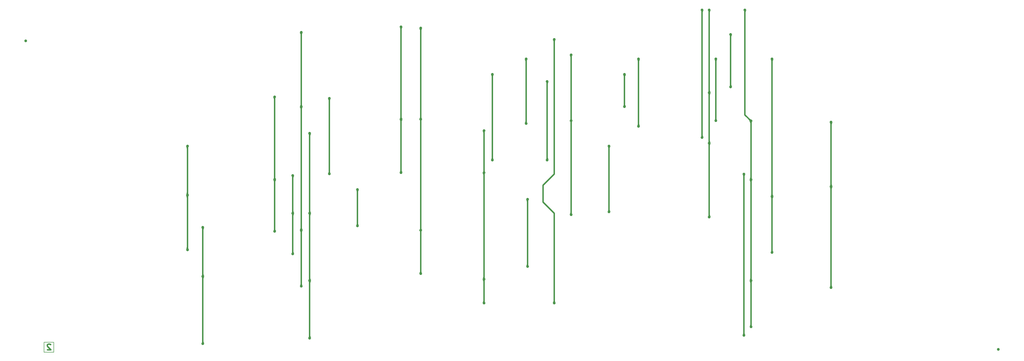
<source format=gbr>
%TF.GenerationSoftware,KiCad,Pcbnew,8.0.7*%
%TF.CreationDate,2025-01-11T19:26:11+10:30*%
%TF.ProjectId,pcb,7063622e-6b69-4636-9164-5f7063625858,1.0*%
%TF.SameCoordinates,PX1ffc7a0PYe2f9780*%
%TF.FileFunction,Copper,L2,Bot*%
%TF.FilePolarity,Positive*%
%FSLAX46Y46*%
G04 Gerber Fmt 4.6, Leading zero omitted, Abs format (unit mm)*
G04 Created by KiCad (PCBNEW 8.0.7) date 2025-01-11 19:26:11*
%MOMM*%
%LPD*%
G01*
G04 APERTURE LIST*
%TA.AperFunction,NonConductor*%
%ADD10C,0.200000*%
%TD*%
%ADD11C,0.500000*%
%TA.AperFunction,NonConductor*%
%ADD12C,0.500000*%
%TD*%
%TA.AperFunction,SMDPad,CuDef*%
%ADD13C,1.000000*%
%TD*%
%TA.AperFunction,ViaPad*%
%ADD14C,1.000000*%
%TD*%
%TA.AperFunction,Conductor*%
%ADD15C,0.500000*%
%TD*%
G04 APERTURE END LIST*
D10*
X8500000Y1000000D02*
X8500000Y4500000D01*
X12000000Y1000000D02*
X8500000Y1000000D01*
X12000000Y1000000D02*
X12000000Y4500000D01*
X12000000Y4500000D02*
X8500000Y4500000D01*
D11*
D12*
X10821428Y3660286D02*
X10726190Y3755524D01*
X10726190Y3755524D02*
X10535714Y3850762D01*
X10535714Y3850762D02*
X10059523Y3850762D01*
X10059523Y3850762D02*
X9869047Y3755524D01*
X9869047Y3755524D02*
X9773809Y3660286D01*
X9773809Y3660286D02*
X9678571Y3469810D01*
X9678571Y3469810D02*
X9678571Y3279334D01*
X9678571Y3279334D02*
X9773809Y2993620D01*
X9773809Y2993620D02*
X10916666Y1850762D01*
X10916666Y1850762D02*
X9678571Y1850762D01*
D13*
%TO.P,FID4,*%
%TO.N,*%
X348000000Y2000000D03*
%TD*%
%TO.P,FID1,*%
%TO.N,*%
X2000000Y112000000D03*
%TD*%
D14*
%TO.N,/6*%
X190000000Y18500000D03*
X190000000Y112500000D03*
%TO.N,/16*%
X187500000Y69500000D03*
X187500000Y97500000D03*
X97000000Y64000000D03*
X97000000Y36000000D03*
X97000000Y50500000D03*
%TO.N,/3*%
X180500000Y55500000D03*
X180500000Y31500000D03*
X242620000Y77500000D03*
X209500000Y51000000D03*
X209500000Y74500000D03*
X242620000Y123000000D03*
%TO.N,/14*%
X215000000Y88500000D03*
X215000000Y100000000D03*
%TO.N,/17*%
X267500000Y105500000D03*
X267500000Y56500000D03*
X267500000Y36500000D03*
%TO.N,/7*%
X252780000Y114280000D03*
X288500000Y83000000D03*
X288500000Y60000000D03*
X288500000Y24000000D03*
X252780000Y95500000D03*
%TO.N,/11*%
X165000000Y27000000D03*
X165000000Y80000000D03*
X220005000Y105500000D03*
X165000000Y65000000D03*
X220000000Y81500000D03*
X165000000Y18500000D03*
%TO.N,/1*%
X257500000Y7000000D03*
X135500000Y117000000D03*
X135500000Y84000000D03*
X257500000Y64500000D03*
X135500000Y65000000D03*
%TO.N,/2*%
X110000000Y64538060D03*
X142500000Y44500000D03*
X142500000Y116500000D03*
X110000000Y91500000D03*
X142500000Y84000000D03*
X142500000Y29000000D03*
%TO.N,/12*%
X65000000Y4000000D03*
X64987500Y45500000D03*
X196000000Y83500000D03*
X196000000Y50000000D03*
X196000000Y107000000D03*
X65000000Y28000000D03*
%TO.N,/5*%
X100000000Y115000000D03*
X100000000Y88500000D03*
X100000000Y44500000D03*
X100000000Y24500000D03*
%TO.N,/10*%
X247500000Y83500000D03*
X247500000Y105500000D03*
X103000000Y79000000D03*
X103000000Y6000000D03*
X103000000Y50500000D03*
X103000000Y26500000D03*
%TO.N,/13*%
X180000000Y105500000D03*
X90543876Y44043876D03*
X90500000Y92000000D03*
X90543876Y62500000D03*
X180000000Y82500000D03*
%TO.N,/4*%
X245160000Y93500000D03*
X245160000Y49160000D03*
X245160000Y75500000D03*
X245160000Y123000000D03*
%TO.N,/15*%
X59500000Y37500000D03*
X59500000Y74500000D03*
X59500000Y57000000D03*
X168000000Y69500000D03*
X168000000Y100000000D03*
%TO.N,/9*%
X120000000Y46000000D03*
X260000000Y62500000D03*
X257860000Y123000000D03*
X120000000Y59000000D03*
X260000000Y83425000D03*
X260000000Y26500000D03*
X260000000Y10000000D03*
%TD*%
D15*
%TO.N,/6*%
X190000000Y18500000D02*
X190000000Y50500000D01*
X190000000Y112500000D02*
X190000000Y64500000D01*
X186000000Y60500000D02*
X186000000Y54500000D01*
X186000000Y54500000D02*
X190000000Y50500000D01*
X190000000Y64500000D02*
X186000000Y60500000D01*
%TO.N,/16*%
X97000000Y50500000D02*
X97000000Y36000000D01*
X187500000Y97500000D02*
X187500000Y69500000D01*
X97000000Y64000000D02*
X97000000Y50500000D01*
%TO.N,/3*%
X209500000Y51000000D02*
X209500000Y74500000D01*
X180500000Y31500000D02*
X180500000Y55500000D01*
X242620000Y123000000D02*
X242620000Y77500000D01*
%TO.N,/14*%
X215000000Y88500000D02*
X215000000Y100000000D01*
%TO.N,/17*%
X267500000Y50000000D02*
X267500000Y56500000D01*
X267500000Y56500000D02*
X267500000Y105500000D01*
X267500000Y50000000D02*
X267500000Y36500000D01*
%TO.N,/7*%
X288500000Y60000000D02*
X288500000Y24000000D01*
X288500000Y83000000D02*
X288500000Y60000000D01*
X252780000Y114280000D02*
X252780000Y95500000D01*
%TO.N,/11*%
X165000000Y27000000D02*
X165000000Y64500000D01*
X165000000Y64500000D02*
X165000000Y65000000D01*
X220005000Y105500000D02*
X220005000Y81995000D01*
X165000000Y18500000D02*
X165000000Y27000000D01*
X165000000Y64500000D02*
X165000000Y80000000D01*
X220005000Y81995000D02*
X220000000Y81990000D01*
X220000000Y81990000D02*
X220000000Y81500000D01*
%TO.N,/1*%
X135500000Y65000000D02*
X135500000Y84000000D01*
X257500000Y7000000D02*
X257500000Y64500000D01*
X135500000Y117000000D02*
X135500000Y84000000D01*
%TO.N,/2*%
X142500000Y84500000D02*
X142500000Y29000000D01*
X110000000Y91500000D02*
X110000000Y64538060D01*
X142500000Y84500000D02*
X142500000Y84000000D01*
X142500000Y116500000D02*
X142500000Y84500000D01*
%TO.N,/12*%
X64987500Y28012500D02*
X65000000Y28000000D01*
X64987500Y45500000D02*
X64987500Y28012500D01*
X65000000Y28000000D02*
X65000000Y4000000D01*
X196000000Y85000000D02*
X196000000Y107000000D01*
X196000000Y50000000D02*
X196000000Y85000000D01*
%TO.N,/5*%
X100000000Y88500000D02*
X100000000Y115000000D01*
X100000000Y44500000D02*
X100000000Y24500000D01*
X100000000Y88500000D02*
X100000000Y44500000D01*
%TO.N,/10*%
X103000000Y50500000D02*
X103000000Y26500000D01*
X103000000Y6000000D02*
X103000000Y26500000D01*
X103000000Y50500000D02*
X103000000Y79000000D01*
X247500000Y83500000D02*
X247500000Y105500000D01*
%TO.N,/13*%
X90500000Y62543876D02*
X90500000Y92000000D01*
X180000000Y105500000D02*
X180000000Y82500000D01*
X90543876Y62500000D02*
X90500000Y62543876D01*
X90543876Y44043876D02*
X90543876Y62956124D01*
%TO.N,/4*%
X245160000Y93500000D02*
X245160000Y75840000D01*
X245160000Y123000000D02*
X245160000Y93500000D01*
X245160000Y49160000D02*
X245160000Y75500000D01*
%TO.N,/15*%
X59500000Y57000000D02*
X59500000Y74500000D01*
X168000000Y69500000D02*
X168000000Y100000000D01*
X59500000Y37500000D02*
X59500000Y57000000D01*
%TO.N,/9*%
X260000000Y62500000D02*
X260000000Y26500000D01*
X260000000Y79070000D02*
X260000000Y62500000D01*
X260000000Y26500000D02*
X260000000Y10000000D01*
X260000000Y83425000D02*
X257860000Y85565000D01*
X257860000Y85565000D02*
X257860000Y123000000D01*
X120000000Y46000000D02*
X120000000Y59000000D01*
X260000000Y83425000D02*
X260000000Y79070000D01*
%TD*%
%TA.AperFunction,Conductor*%
%TO.N,/6*%
G36*
X190246944Y19496573D02*
G01*
X190250365Y19488677D01*
X190256684Y19292473D01*
X190256686Y19292458D01*
X190278534Y19146003D01*
X190278534Y19146001D01*
X190318233Y19022441D01*
X190318239Y19022424D01*
X190378473Y18883606D01*
X190457210Y18702237D01*
X190457361Y18693284D01*
X190451137Y18686846D01*
X190450975Y18686777D01*
X190004497Y18500873D01*
X189995543Y18500856D01*
X189995503Y18500873D01*
X189549024Y18686777D01*
X189542703Y18693121D01*
X189542720Y18702075D01*
X189542754Y18702156D01*
X189585433Y18800469D01*
X189621525Y18883606D01*
X189681758Y19022424D01*
X189681763Y19022435D01*
X189721464Y19146000D01*
X189743314Y19292466D01*
X189749635Y19488678D01*
X189753327Y19496835D01*
X189761329Y19500000D01*
X190238671Y19500000D01*
X190246944Y19496573D01*
G37*
%TD.AperFunction*%
%TD*%
%TA.AperFunction,Conductor*%
%TO.N,/6*%
G36*
X190450975Y112313224D02*
G01*
X190457296Y112306880D01*
X190457279Y112297926D01*
X190457210Y112297764D01*
X190378473Y112116398D01*
X190378474Y112116397D01*
X190318239Y111977578D01*
X190318233Y111977561D01*
X190278534Y111854002D01*
X190278534Y111854000D01*
X190256686Y111707544D01*
X190256684Y111707529D01*
X190250365Y111511323D01*
X190246674Y111503165D01*
X190238671Y111500000D01*
X189761329Y111500000D01*
X189753056Y111503427D01*
X189749635Y111511323D01*
X189743314Y111707529D01*
X189743314Y111707535D01*
X189721464Y111854002D01*
X189681763Y111977566D01*
X189621524Y112116396D01*
X189621524Y112116397D01*
X189621524Y112116398D01*
X189542789Y112297764D01*
X189542638Y112306717D01*
X189548862Y112313155D01*
X189548937Y112313188D01*
X189995504Y112499129D01*
X190004455Y112499145D01*
X190450975Y112313224D01*
G37*
%TD.AperFunction*%
%TD*%
%TA.AperFunction,Conductor*%
%TO.N,/16*%
G36*
X97450975Y50313224D02*
G01*
X97457296Y50306880D01*
X97457279Y50297926D01*
X97457210Y50297764D01*
X97378473Y50116398D01*
X97378474Y50116397D01*
X97318239Y49977578D01*
X97318233Y49977561D01*
X97278534Y49854002D01*
X97278534Y49854000D01*
X97256686Y49707544D01*
X97256684Y49707529D01*
X97250365Y49511323D01*
X97246674Y49503165D01*
X97238671Y49500000D01*
X96761329Y49500000D01*
X96753056Y49503427D01*
X96749635Y49511323D01*
X96743314Y49707529D01*
X96743314Y49707535D01*
X96721464Y49854002D01*
X96681763Y49977566D01*
X96621524Y50116396D01*
X96621524Y50116397D01*
X96621524Y50116398D01*
X96542789Y50297764D01*
X96542638Y50306717D01*
X96548862Y50313155D01*
X96548937Y50313188D01*
X96995504Y50499129D01*
X97004455Y50499145D01*
X97450975Y50313224D01*
G37*
%TD.AperFunction*%
%TD*%
%TA.AperFunction,Conductor*%
%TO.N,/16*%
G36*
X97246944Y36996573D02*
G01*
X97250365Y36988677D01*
X97256684Y36792473D01*
X97256686Y36792458D01*
X97278534Y36646003D01*
X97278534Y36646001D01*
X97318233Y36522441D01*
X97318239Y36522424D01*
X97378473Y36383606D01*
X97457210Y36202237D01*
X97457361Y36193284D01*
X97451137Y36186846D01*
X97450975Y36186777D01*
X97004497Y36000873D01*
X96995543Y36000856D01*
X96995503Y36000873D01*
X96549024Y36186777D01*
X96542703Y36193121D01*
X96542720Y36202075D01*
X96542754Y36202156D01*
X96585433Y36300469D01*
X96621525Y36383606D01*
X96681758Y36522424D01*
X96681763Y36522435D01*
X96721464Y36646000D01*
X96743314Y36792466D01*
X96749635Y36988678D01*
X96753327Y36996835D01*
X96761329Y37000000D01*
X97238671Y37000000D01*
X97246944Y36996573D01*
G37*
%TD.AperFunction*%
%TD*%
%TA.AperFunction,Conductor*%
%TO.N,/16*%
G36*
X187746944Y70496573D02*
G01*
X187750365Y70488677D01*
X187756684Y70292473D01*
X187756686Y70292458D01*
X187778534Y70146003D01*
X187778534Y70146001D01*
X187818233Y70022441D01*
X187818239Y70022424D01*
X187878473Y69883606D01*
X187957210Y69702237D01*
X187957361Y69693284D01*
X187951137Y69686846D01*
X187950975Y69686777D01*
X187504497Y69500873D01*
X187495543Y69500856D01*
X187495503Y69500873D01*
X187049024Y69686777D01*
X187042703Y69693121D01*
X187042720Y69702075D01*
X187042754Y69702156D01*
X187085433Y69800469D01*
X187121525Y69883606D01*
X187181758Y70022424D01*
X187181763Y70022435D01*
X187221464Y70146000D01*
X187243314Y70292466D01*
X187249635Y70488678D01*
X187253327Y70496835D01*
X187261329Y70500000D01*
X187738671Y70500000D01*
X187746944Y70496573D01*
G37*
%TD.AperFunction*%
%TD*%
%TA.AperFunction,Conductor*%
%TO.N,/16*%
G36*
X187950975Y97313224D02*
G01*
X187957296Y97306880D01*
X187957279Y97297926D01*
X187957210Y97297764D01*
X187878473Y97116398D01*
X187878474Y97116397D01*
X187818239Y96977578D01*
X187818233Y96977561D01*
X187778534Y96854002D01*
X187778534Y96854000D01*
X187756686Y96707544D01*
X187756684Y96707529D01*
X187750365Y96511323D01*
X187746674Y96503165D01*
X187738671Y96500000D01*
X187261329Y96500000D01*
X187253056Y96503427D01*
X187249635Y96511323D01*
X187243314Y96707529D01*
X187243314Y96707535D01*
X187221464Y96854002D01*
X187181763Y96977566D01*
X187121524Y97116396D01*
X187121524Y97116397D01*
X187121524Y97116398D01*
X187042789Y97297764D01*
X187042638Y97306717D01*
X187048862Y97313155D01*
X187048937Y97313188D01*
X187495504Y97499129D01*
X187504455Y97499145D01*
X187950975Y97313224D01*
G37*
%TD.AperFunction*%
%TD*%
%TA.AperFunction,Conductor*%
%TO.N,/16*%
G36*
X97246944Y51496573D02*
G01*
X97250365Y51488677D01*
X97256684Y51292473D01*
X97256686Y51292458D01*
X97278534Y51146003D01*
X97278534Y51146001D01*
X97318233Y51022441D01*
X97318239Y51022424D01*
X97378473Y50883606D01*
X97457210Y50702237D01*
X97457361Y50693284D01*
X97451137Y50686846D01*
X97450975Y50686777D01*
X97004497Y50500873D01*
X96995543Y50500856D01*
X96995503Y50500873D01*
X96549024Y50686777D01*
X96542703Y50693121D01*
X96542720Y50702075D01*
X96542754Y50702156D01*
X96585433Y50800469D01*
X96621525Y50883606D01*
X96681758Y51022424D01*
X96681763Y51022435D01*
X96721464Y51146000D01*
X96743314Y51292466D01*
X96749635Y51488678D01*
X96753327Y51496835D01*
X96761329Y51500000D01*
X97238671Y51500000D01*
X97246944Y51496573D01*
G37*
%TD.AperFunction*%
%TD*%
%TA.AperFunction,Conductor*%
%TO.N,/16*%
G36*
X97450975Y63813224D02*
G01*
X97457296Y63806880D01*
X97457279Y63797926D01*
X97457210Y63797764D01*
X97378473Y63616398D01*
X97378474Y63616397D01*
X97318239Y63477578D01*
X97318233Y63477561D01*
X97278534Y63354002D01*
X97278534Y63354000D01*
X97256686Y63207544D01*
X97256684Y63207529D01*
X97250365Y63011323D01*
X97246674Y63003165D01*
X97238671Y63000000D01*
X96761329Y63000000D01*
X96753056Y63003427D01*
X96749635Y63011323D01*
X96743314Y63207529D01*
X96743314Y63207535D01*
X96721464Y63354002D01*
X96681763Y63477566D01*
X96621524Y63616396D01*
X96621524Y63616397D01*
X96621524Y63616398D01*
X96542789Y63797764D01*
X96542638Y63806717D01*
X96548862Y63813155D01*
X96548937Y63813188D01*
X96995504Y63999129D01*
X97004455Y63999145D01*
X97450975Y63813224D01*
G37*
%TD.AperFunction*%
%TD*%
%TA.AperFunction,Conductor*%
%TO.N,/3*%
G36*
X209746944Y51996573D02*
G01*
X209750365Y51988677D01*
X209756684Y51792473D01*
X209756686Y51792458D01*
X209778534Y51646003D01*
X209778534Y51646001D01*
X209818233Y51522441D01*
X209818239Y51522424D01*
X209878473Y51383606D01*
X209957210Y51202237D01*
X209957361Y51193284D01*
X209951137Y51186846D01*
X209950975Y51186777D01*
X209504497Y51000873D01*
X209495543Y51000856D01*
X209495503Y51000873D01*
X209049024Y51186777D01*
X209042703Y51193121D01*
X209042720Y51202075D01*
X209042754Y51202156D01*
X209085433Y51300469D01*
X209121525Y51383606D01*
X209181758Y51522424D01*
X209181763Y51522435D01*
X209221464Y51646000D01*
X209243314Y51792466D01*
X209249635Y51988678D01*
X209253327Y51996835D01*
X209261329Y52000000D01*
X209738671Y52000000D01*
X209746944Y51996573D01*
G37*
%TD.AperFunction*%
%TD*%
%TA.AperFunction,Conductor*%
%TO.N,/3*%
G36*
X209950975Y74313224D02*
G01*
X209957296Y74306880D01*
X209957279Y74297926D01*
X209957210Y74297764D01*
X209878473Y74116398D01*
X209878474Y74116397D01*
X209818239Y73977578D01*
X209818233Y73977561D01*
X209778534Y73854002D01*
X209778534Y73854000D01*
X209756686Y73707544D01*
X209756684Y73707529D01*
X209750365Y73511323D01*
X209746674Y73503165D01*
X209738671Y73500000D01*
X209261329Y73500000D01*
X209253056Y73503427D01*
X209249635Y73511323D01*
X209243314Y73707529D01*
X209243314Y73707535D01*
X209221464Y73854002D01*
X209181763Y73977566D01*
X209121524Y74116396D01*
X209121524Y74116397D01*
X209121524Y74116398D01*
X209042789Y74297764D01*
X209042638Y74306717D01*
X209048862Y74313155D01*
X209048937Y74313188D01*
X209495504Y74499129D01*
X209504455Y74499145D01*
X209950975Y74313224D01*
G37*
%TD.AperFunction*%
%TD*%
%TA.AperFunction,Conductor*%
%TO.N,/3*%
G36*
X180950975Y55313224D02*
G01*
X180957296Y55306880D01*
X180957279Y55297926D01*
X180957210Y55297764D01*
X180878473Y55116398D01*
X180878474Y55116397D01*
X180818239Y54977578D01*
X180818233Y54977561D01*
X180778534Y54854002D01*
X180778534Y54854000D01*
X180756686Y54707544D01*
X180756684Y54707529D01*
X180750365Y54511323D01*
X180746674Y54503165D01*
X180738671Y54500000D01*
X180261329Y54500000D01*
X180253056Y54503427D01*
X180249635Y54511323D01*
X180243314Y54707529D01*
X180243314Y54707535D01*
X180221464Y54854002D01*
X180181763Y54977566D01*
X180121524Y55116396D01*
X180121524Y55116397D01*
X180121524Y55116398D01*
X180042789Y55297764D01*
X180042638Y55306717D01*
X180048862Y55313155D01*
X180048937Y55313188D01*
X180495504Y55499129D01*
X180504455Y55499145D01*
X180950975Y55313224D01*
G37*
%TD.AperFunction*%
%TD*%
%TA.AperFunction,Conductor*%
%TO.N,/3*%
G36*
X180746944Y32496573D02*
G01*
X180750365Y32488677D01*
X180756684Y32292473D01*
X180756686Y32292458D01*
X180778534Y32146003D01*
X180778534Y32146001D01*
X180818233Y32022441D01*
X180818239Y32022424D01*
X180878473Y31883606D01*
X180957210Y31702237D01*
X180957361Y31693284D01*
X180951137Y31686846D01*
X180950975Y31686777D01*
X180504497Y31500873D01*
X180495543Y31500856D01*
X180495503Y31500873D01*
X180049024Y31686777D01*
X180042703Y31693121D01*
X180042720Y31702075D01*
X180042754Y31702156D01*
X180085433Y31800469D01*
X180121525Y31883606D01*
X180181758Y32022424D01*
X180181763Y32022435D01*
X180221464Y32146000D01*
X180243314Y32292466D01*
X180249635Y32488678D01*
X180253327Y32496835D01*
X180261329Y32500000D01*
X180738671Y32500000D01*
X180746944Y32496573D01*
G37*
%TD.AperFunction*%
%TD*%
%TA.AperFunction,Conductor*%
%TO.N,/3*%
G36*
X243070975Y122813224D02*
G01*
X243077296Y122806880D01*
X243077279Y122797926D01*
X243077210Y122797764D01*
X242998473Y122616398D01*
X242998474Y122616397D01*
X242938239Y122477578D01*
X242938233Y122477561D01*
X242898534Y122354002D01*
X242898534Y122354000D01*
X242876686Y122207544D01*
X242876684Y122207529D01*
X242870365Y122011323D01*
X242866674Y122003165D01*
X242858671Y122000000D01*
X242381329Y122000000D01*
X242373056Y122003427D01*
X242369635Y122011323D01*
X242363314Y122207529D01*
X242363314Y122207535D01*
X242341464Y122354002D01*
X242301763Y122477566D01*
X242241524Y122616396D01*
X242241524Y122616397D01*
X242241524Y122616398D01*
X242162789Y122797764D01*
X242162638Y122806717D01*
X242168862Y122813155D01*
X242168937Y122813188D01*
X242615504Y122999129D01*
X242624455Y122999145D01*
X243070975Y122813224D01*
G37*
%TD.AperFunction*%
%TD*%
%TA.AperFunction,Conductor*%
%TO.N,/3*%
G36*
X242866944Y78496573D02*
G01*
X242870365Y78488677D01*
X242876684Y78292473D01*
X242876686Y78292458D01*
X242898534Y78146003D01*
X242898534Y78146001D01*
X242938233Y78022441D01*
X242938239Y78022424D01*
X242998473Y77883606D01*
X243077210Y77702237D01*
X243077361Y77693284D01*
X243071137Y77686846D01*
X243070975Y77686777D01*
X242624497Y77500873D01*
X242615543Y77500856D01*
X242615503Y77500873D01*
X242169024Y77686777D01*
X242162703Y77693121D01*
X242162720Y77702075D01*
X242162754Y77702156D01*
X242205433Y77800469D01*
X242241525Y77883606D01*
X242301758Y78022424D01*
X242301763Y78022435D01*
X242341464Y78146000D01*
X242363314Y78292466D01*
X242369635Y78488678D01*
X242373327Y78496835D01*
X242381329Y78500000D01*
X242858671Y78500000D01*
X242866944Y78496573D01*
G37*
%TD.AperFunction*%
%TD*%
%TA.AperFunction,Conductor*%
%TO.N,/14*%
G36*
X215450975Y99813224D02*
G01*
X215457296Y99806880D01*
X215457279Y99797926D01*
X215457210Y99797764D01*
X215378473Y99616398D01*
X215378474Y99616397D01*
X215318239Y99477578D01*
X215318233Y99477561D01*
X215278534Y99354002D01*
X215278534Y99354000D01*
X215256686Y99207544D01*
X215256684Y99207529D01*
X215250365Y99011323D01*
X215246674Y99003165D01*
X215238671Y99000000D01*
X214761329Y99000000D01*
X214753056Y99003427D01*
X214749635Y99011323D01*
X214743314Y99207529D01*
X214743314Y99207535D01*
X214721464Y99354002D01*
X214681763Y99477566D01*
X214621524Y99616396D01*
X214621524Y99616397D01*
X214621524Y99616398D01*
X214542789Y99797764D01*
X214542638Y99806717D01*
X214548862Y99813155D01*
X214548937Y99813188D01*
X214995504Y99999129D01*
X215004455Y99999145D01*
X215450975Y99813224D01*
G37*
%TD.AperFunction*%
%TD*%
%TA.AperFunction,Conductor*%
%TO.N,/14*%
G36*
X215246944Y89496573D02*
G01*
X215250365Y89488677D01*
X215256684Y89292473D01*
X215256686Y89292458D01*
X215278534Y89146003D01*
X215278534Y89146001D01*
X215318233Y89022441D01*
X215318239Y89022424D01*
X215378473Y88883606D01*
X215457210Y88702237D01*
X215457361Y88693284D01*
X215451137Y88686846D01*
X215450975Y88686777D01*
X215004497Y88500873D01*
X214995543Y88500856D01*
X214995503Y88500873D01*
X214549024Y88686777D01*
X214542703Y88693121D01*
X214542720Y88702075D01*
X214542754Y88702156D01*
X214585433Y88800469D01*
X214621525Y88883606D01*
X214681758Y89022424D01*
X214681763Y89022435D01*
X214721464Y89146000D01*
X214743314Y89292466D01*
X214749635Y89488678D01*
X214753327Y89496835D01*
X214761329Y89500000D01*
X215238671Y89500000D01*
X215246944Y89496573D01*
G37*
%TD.AperFunction*%
%TD*%
%TA.AperFunction,Conductor*%
%TO.N,/17*%
G36*
X267950975Y56313224D02*
G01*
X267957296Y56306880D01*
X267957279Y56297926D01*
X267957210Y56297764D01*
X267878473Y56116398D01*
X267878474Y56116397D01*
X267818239Y55977578D01*
X267818233Y55977561D01*
X267778534Y55854002D01*
X267778534Y55854000D01*
X267756686Y55707544D01*
X267756684Y55707529D01*
X267750365Y55511323D01*
X267746674Y55503165D01*
X267738671Y55500000D01*
X267261329Y55500000D01*
X267253056Y55503427D01*
X267249635Y55511323D01*
X267243314Y55707529D01*
X267243314Y55707535D01*
X267221464Y55854002D01*
X267181763Y55977566D01*
X267121524Y56116396D01*
X267121524Y56116397D01*
X267121524Y56116398D01*
X267042789Y56297764D01*
X267042638Y56306717D01*
X267048862Y56313155D01*
X267048937Y56313188D01*
X267495504Y56499129D01*
X267504455Y56499145D01*
X267950975Y56313224D01*
G37*
%TD.AperFunction*%
%TD*%
%TA.AperFunction,Conductor*%
%TO.N,/17*%
G36*
X267950975Y105313224D02*
G01*
X267957296Y105306880D01*
X267957279Y105297926D01*
X267957210Y105297764D01*
X267878473Y105116398D01*
X267878474Y105116397D01*
X267818239Y104977578D01*
X267818233Y104977561D01*
X267778534Y104854002D01*
X267778534Y104854000D01*
X267756686Y104707544D01*
X267756684Y104707529D01*
X267750365Y104511323D01*
X267746674Y104503165D01*
X267738671Y104500000D01*
X267261329Y104500000D01*
X267253056Y104503427D01*
X267249635Y104511323D01*
X267243314Y104707529D01*
X267243314Y104707535D01*
X267221464Y104854002D01*
X267181763Y104977566D01*
X267121524Y105116396D01*
X267121524Y105116397D01*
X267121524Y105116398D01*
X267042789Y105297764D01*
X267042638Y105306717D01*
X267048862Y105313155D01*
X267048937Y105313188D01*
X267495504Y105499129D01*
X267504455Y105499145D01*
X267950975Y105313224D01*
G37*
%TD.AperFunction*%
%TD*%
%TA.AperFunction,Conductor*%
%TO.N,/17*%
G36*
X267746944Y57496573D02*
G01*
X267750365Y57488677D01*
X267756684Y57292473D01*
X267756686Y57292458D01*
X267778534Y57146003D01*
X267778534Y57146001D01*
X267818233Y57022441D01*
X267818239Y57022424D01*
X267878473Y56883606D01*
X267957210Y56702237D01*
X267957361Y56693284D01*
X267951137Y56686846D01*
X267950975Y56686777D01*
X267504497Y56500873D01*
X267495543Y56500856D01*
X267495503Y56500873D01*
X267049024Y56686777D01*
X267042703Y56693121D01*
X267042720Y56702075D01*
X267042754Y56702156D01*
X267085433Y56800469D01*
X267121525Y56883606D01*
X267181758Y57022424D01*
X267181763Y57022435D01*
X267221464Y57146000D01*
X267243314Y57292466D01*
X267249635Y57488678D01*
X267253327Y57496835D01*
X267261329Y57500000D01*
X267738671Y57500000D01*
X267746944Y57496573D01*
G37*
%TD.AperFunction*%
%TD*%
%TA.AperFunction,Conductor*%
%TO.N,/17*%
G36*
X267746944Y37496573D02*
G01*
X267750365Y37488677D01*
X267756684Y37292473D01*
X267756686Y37292458D01*
X267778534Y37146003D01*
X267778534Y37146001D01*
X267818233Y37022441D01*
X267818239Y37022424D01*
X267878473Y36883606D01*
X267957210Y36702237D01*
X267957361Y36693284D01*
X267951137Y36686846D01*
X267950975Y36686777D01*
X267504497Y36500873D01*
X267495543Y36500856D01*
X267495503Y36500873D01*
X267049024Y36686777D01*
X267042703Y36693121D01*
X267042720Y36702075D01*
X267042754Y36702156D01*
X267085433Y36800469D01*
X267121525Y36883606D01*
X267181758Y37022424D01*
X267181763Y37022435D01*
X267221464Y37146000D01*
X267243314Y37292466D01*
X267249635Y37488678D01*
X267253327Y37496835D01*
X267261329Y37500000D01*
X267738671Y37500000D01*
X267746944Y37496573D01*
G37*
%TD.AperFunction*%
%TD*%
%TA.AperFunction,Conductor*%
%TO.N,/7*%
G36*
X288746944Y24996573D02*
G01*
X288750365Y24988677D01*
X288756684Y24792473D01*
X288756686Y24792458D01*
X288778534Y24646003D01*
X288778534Y24646001D01*
X288818233Y24522441D01*
X288818239Y24522424D01*
X288878473Y24383606D01*
X288957210Y24202237D01*
X288957361Y24193284D01*
X288951137Y24186846D01*
X288950975Y24186777D01*
X288504497Y24000873D01*
X288495543Y24000856D01*
X288495503Y24000873D01*
X288049024Y24186777D01*
X288042703Y24193121D01*
X288042720Y24202075D01*
X288042754Y24202156D01*
X288085433Y24300469D01*
X288121525Y24383606D01*
X288181758Y24522424D01*
X288181763Y24522435D01*
X288221464Y24646000D01*
X288243314Y24792466D01*
X288249635Y24988678D01*
X288253327Y24996835D01*
X288261329Y25000000D01*
X288738671Y25000000D01*
X288746944Y24996573D01*
G37*
%TD.AperFunction*%
%TD*%
%TA.AperFunction,Conductor*%
%TO.N,/7*%
G36*
X288950975Y59813224D02*
G01*
X288957296Y59806880D01*
X288957279Y59797926D01*
X288957210Y59797764D01*
X288878473Y59616398D01*
X288878474Y59616397D01*
X288818239Y59477578D01*
X288818233Y59477561D01*
X288778534Y59354002D01*
X288778534Y59354000D01*
X288756686Y59207544D01*
X288756684Y59207529D01*
X288750365Y59011323D01*
X288746674Y59003165D01*
X288738671Y59000000D01*
X288261329Y59000000D01*
X288253056Y59003427D01*
X288249635Y59011323D01*
X288243314Y59207529D01*
X288243314Y59207535D01*
X288221464Y59354002D01*
X288181763Y59477566D01*
X288121524Y59616396D01*
X288121524Y59616397D01*
X288121524Y59616398D01*
X288042789Y59797764D01*
X288042638Y59806717D01*
X288048862Y59813155D01*
X288048937Y59813188D01*
X288495504Y59999129D01*
X288504455Y59999145D01*
X288950975Y59813224D01*
G37*
%TD.AperFunction*%
%TD*%
%TA.AperFunction,Conductor*%
%TO.N,/7*%
G36*
X288950975Y82813224D02*
G01*
X288957296Y82806880D01*
X288957279Y82797926D01*
X288957210Y82797764D01*
X288878473Y82616398D01*
X288878474Y82616397D01*
X288818239Y82477578D01*
X288818233Y82477561D01*
X288778534Y82354002D01*
X288778534Y82354000D01*
X288756686Y82207544D01*
X288756684Y82207529D01*
X288750365Y82011323D01*
X288746674Y82003165D01*
X288738671Y82000000D01*
X288261329Y82000000D01*
X288253056Y82003427D01*
X288249635Y82011323D01*
X288243314Y82207529D01*
X288243314Y82207535D01*
X288221464Y82354002D01*
X288181763Y82477566D01*
X288121524Y82616396D01*
X288121524Y82616397D01*
X288121524Y82616398D01*
X288042789Y82797764D01*
X288042638Y82806717D01*
X288048862Y82813155D01*
X288048937Y82813188D01*
X288495504Y82999129D01*
X288504455Y82999145D01*
X288950975Y82813224D01*
G37*
%TD.AperFunction*%
%TD*%
%TA.AperFunction,Conductor*%
%TO.N,/7*%
G36*
X288746944Y60996573D02*
G01*
X288750365Y60988677D01*
X288756684Y60792473D01*
X288756686Y60792458D01*
X288778534Y60646003D01*
X288778534Y60646001D01*
X288818233Y60522441D01*
X288818239Y60522424D01*
X288878473Y60383606D01*
X288957210Y60202237D01*
X288957361Y60193284D01*
X288951137Y60186846D01*
X288950975Y60186777D01*
X288504497Y60000873D01*
X288495543Y60000856D01*
X288495503Y60000873D01*
X288049024Y60186777D01*
X288042703Y60193121D01*
X288042720Y60202075D01*
X288042754Y60202156D01*
X288085433Y60300469D01*
X288121525Y60383606D01*
X288181758Y60522424D01*
X288181763Y60522435D01*
X288221464Y60646000D01*
X288243314Y60792466D01*
X288249635Y60988678D01*
X288253327Y60996835D01*
X288261329Y61000000D01*
X288738671Y61000000D01*
X288746944Y60996573D01*
G37*
%TD.AperFunction*%
%TD*%
%TA.AperFunction,Conductor*%
%TO.N,/7*%
G36*
X253230975Y114093224D02*
G01*
X253237296Y114086880D01*
X253237279Y114077926D01*
X253237210Y114077764D01*
X253158473Y113896398D01*
X253158474Y113896397D01*
X253098239Y113757578D01*
X253098233Y113757561D01*
X253058534Y113634002D01*
X253058534Y113634000D01*
X253036686Y113487544D01*
X253036684Y113487529D01*
X253030365Y113291323D01*
X253026674Y113283165D01*
X253018671Y113280000D01*
X252541329Y113280000D01*
X252533056Y113283427D01*
X252529635Y113291323D01*
X252523314Y113487529D01*
X252523314Y113487535D01*
X252501464Y113634002D01*
X252461763Y113757566D01*
X252401524Y113896396D01*
X252401524Y113896397D01*
X252401524Y113896398D01*
X252322789Y114077764D01*
X252322638Y114086717D01*
X252328862Y114093155D01*
X252328937Y114093188D01*
X252775504Y114279129D01*
X252784455Y114279145D01*
X253230975Y114093224D01*
G37*
%TD.AperFunction*%
%TD*%
%TA.AperFunction,Conductor*%
%TO.N,/7*%
G36*
X253026944Y96496573D02*
G01*
X253030365Y96488677D01*
X253036684Y96292473D01*
X253036686Y96292458D01*
X253058534Y96146003D01*
X253058534Y96146001D01*
X253098233Y96022441D01*
X253098239Y96022424D01*
X253158473Y95883606D01*
X253237210Y95702237D01*
X253237361Y95693284D01*
X253231137Y95686846D01*
X253230975Y95686777D01*
X252784497Y95500873D01*
X252775543Y95500856D01*
X252775503Y95500873D01*
X252329024Y95686777D01*
X252322703Y95693121D01*
X252322720Y95702075D01*
X252322754Y95702156D01*
X252365433Y95800469D01*
X252401525Y95883606D01*
X252461758Y96022424D01*
X252461763Y96022435D01*
X252501464Y96146000D01*
X252523314Y96292466D01*
X252529635Y96488678D01*
X252533327Y96496835D01*
X252541329Y96500000D01*
X253018671Y96500000D01*
X253026944Y96496573D01*
G37*
%TD.AperFunction*%
%TD*%
%TA.AperFunction,Conductor*%
%TO.N,/11*%
G36*
X165450975Y64813224D02*
G01*
X165457296Y64806880D01*
X165457279Y64797926D01*
X165457210Y64797764D01*
X165378473Y64616398D01*
X165378474Y64616397D01*
X165318239Y64477578D01*
X165318233Y64477561D01*
X165278534Y64354002D01*
X165278534Y64354000D01*
X165256686Y64207544D01*
X165256684Y64207529D01*
X165250365Y64011323D01*
X165246674Y64003165D01*
X165238671Y64000000D01*
X164761329Y64000000D01*
X164753056Y64003427D01*
X164749635Y64011323D01*
X164743314Y64207529D01*
X164743314Y64207535D01*
X164721464Y64354002D01*
X164681763Y64477566D01*
X164621524Y64616396D01*
X164621524Y64616397D01*
X164621524Y64616398D01*
X164542789Y64797764D01*
X164542638Y64806717D01*
X164548862Y64813155D01*
X164548937Y64813188D01*
X164995504Y64999129D01*
X165004455Y64999145D01*
X165450975Y64813224D01*
G37*
%TD.AperFunction*%
%TD*%
%TA.AperFunction,Conductor*%
%TO.N,/11*%
G36*
X165246944Y27996573D02*
G01*
X165250365Y27988677D01*
X165256684Y27792473D01*
X165256686Y27792458D01*
X165278534Y27646003D01*
X165278534Y27646001D01*
X165318233Y27522441D01*
X165318239Y27522424D01*
X165378473Y27383606D01*
X165457210Y27202237D01*
X165457361Y27193284D01*
X165451137Y27186846D01*
X165450975Y27186777D01*
X165004497Y27000873D01*
X164995543Y27000856D01*
X164995503Y27000873D01*
X164549024Y27186777D01*
X164542703Y27193121D01*
X164542720Y27202075D01*
X164542754Y27202156D01*
X164585433Y27300469D01*
X164621525Y27383606D01*
X164681758Y27522424D01*
X164681763Y27522435D01*
X164721464Y27646000D01*
X164743314Y27792466D01*
X164749635Y27988678D01*
X164753327Y27996835D01*
X164761329Y28000000D01*
X165238671Y28000000D01*
X165246944Y27996573D01*
G37*
%TD.AperFunction*%
%TD*%
%TA.AperFunction,Conductor*%
%TO.N,/11*%
G36*
X220455975Y105313224D02*
G01*
X220462296Y105306880D01*
X220462279Y105297926D01*
X220462210Y105297764D01*
X220383473Y105116398D01*
X220383474Y105116397D01*
X220323239Y104977578D01*
X220323233Y104977561D01*
X220283534Y104854002D01*
X220283534Y104854000D01*
X220261686Y104707544D01*
X220261684Y104707529D01*
X220255365Y104511323D01*
X220251674Y104503165D01*
X220243671Y104500000D01*
X219766329Y104500000D01*
X219758056Y104503427D01*
X219754635Y104511323D01*
X219748314Y104707529D01*
X219748314Y104707535D01*
X219726464Y104854002D01*
X219686763Y104977566D01*
X219626524Y105116396D01*
X219626524Y105116397D01*
X219626524Y105116398D01*
X219547789Y105297764D01*
X219547638Y105306717D01*
X219553862Y105313155D01*
X219553937Y105313188D01*
X220000504Y105499129D01*
X220009455Y105499145D01*
X220455975Y105313224D01*
G37*
%TD.AperFunction*%
%TD*%
%TA.AperFunction,Conductor*%
%TO.N,/11*%
G36*
X220251918Y82495578D02*
G01*
X220255340Y82487655D01*
X220261206Y82291906D01*
X220261206Y82291898D01*
X220281898Y82145533D01*
X220320178Y82021963D01*
X220320179Y82021962D01*
X220379157Y81883215D01*
X220421732Y81784535D01*
X220457245Y81702223D01*
X220457376Y81693269D01*
X220451137Y81686845D01*
X220450999Y81686787D01*
X220004497Y81500873D01*
X219995543Y81500856D01*
X219995503Y81500873D01*
X219549052Y81686765D01*
X219542731Y81693109D01*
X219542748Y81702063D01*
X219542816Y81702223D01*
X219622068Y81883543D01*
X219622080Y81883538D01*
X219622093Y81883601D01*
X219683550Y82022103D01*
X219724722Y82145328D01*
X219747799Y82291527D01*
X219754608Y82487712D01*
X219758320Y82495860D01*
X219766301Y82499005D01*
X220243645Y82499005D01*
X220251918Y82495578D01*
G37*
%TD.AperFunction*%
%TD*%
%TA.AperFunction,Conductor*%
%TO.N,/11*%
G36*
X165450975Y26813224D02*
G01*
X165457296Y26806880D01*
X165457279Y26797926D01*
X165457210Y26797764D01*
X165378473Y26616398D01*
X165378474Y26616397D01*
X165318239Y26477578D01*
X165318233Y26477561D01*
X165278534Y26354002D01*
X165278534Y26354000D01*
X165256686Y26207544D01*
X165256684Y26207529D01*
X165250365Y26011323D01*
X165246674Y26003165D01*
X165238671Y26000000D01*
X164761329Y26000000D01*
X164753056Y26003427D01*
X164749635Y26011323D01*
X164743314Y26207529D01*
X164743314Y26207535D01*
X164721464Y26354002D01*
X164681763Y26477566D01*
X164621524Y26616396D01*
X164621524Y26616397D01*
X164621524Y26616398D01*
X164542789Y26797764D01*
X164542638Y26806717D01*
X164548862Y26813155D01*
X164548937Y26813188D01*
X164995504Y26999129D01*
X165004455Y26999145D01*
X165450975Y26813224D01*
G37*
%TD.AperFunction*%
%TD*%
%TA.AperFunction,Conductor*%
%TO.N,/11*%
G36*
X165246944Y19496573D02*
G01*
X165250365Y19488677D01*
X165256684Y19292473D01*
X165256686Y19292458D01*
X165278534Y19146003D01*
X165278534Y19146001D01*
X165318233Y19022441D01*
X165318239Y19022424D01*
X165378473Y18883606D01*
X165457210Y18702237D01*
X165457361Y18693284D01*
X165451137Y18686846D01*
X165450975Y18686777D01*
X165004497Y18500873D01*
X164995543Y18500856D01*
X164995503Y18500873D01*
X164549024Y18686777D01*
X164542703Y18693121D01*
X164542720Y18702075D01*
X164542754Y18702156D01*
X164585433Y18800469D01*
X164621525Y18883606D01*
X164681758Y19022424D01*
X164681763Y19022435D01*
X164721464Y19146000D01*
X164743314Y19292466D01*
X164749635Y19488678D01*
X164753327Y19496835D01*
X164761329Y19500000D01*
X165238671Y19500000D01*
X165246944Y19496573D01*
G37*
%TD.AperFunction*%
%TD*%
%TA.AperFunction,Conductor*%
%TO.N,/11*%
G36*
X165242372Y64996573D02*
G01*
X165245799Y64988300D01*
X165245269Y64984819D01*
X165190483Y64809024D01*
X165187009Y64803692D01*
X165042030Y64677090D01*
X165037449Y64674625D01*
X164852372Y64623505D01*
X164846783Y64623348D01*
X164670045Y64661586D01*
X164663721Y64665309D01*
X164541044Y64805255D01*
X164538144Y64813185D01*
X164538992Y64858599D01*
X164542573Y64866807D01*
X164545221Y64868724D01*
X164587772Y64891196D01*
X164590474Y64892218D01*
X164659662Y64908960D01*
X164722713Y64937941D01*
X164746926Y64993010D01*
X164753392Y64999203D01*
X164757636Y65000000D01*
X165234099Y65000000D01*
X165242372Y64996573D01*
G37*
%TD.AperFunction*%
%TD*%
%TA.AperFunction,Conductor*%
%TO.N,/11*%
G36*
X165450975Y79813224D02*
G01*
X165457296Y79806880D01*
X165457279Y79797926D01*
X165457210Y79797764D01*
X165378473Y79616398D01*
X165378474Y79616397D01*
X165318239Y79477578D01*
X165318233Y79477561D01*
X165278534Y79354002D01*
X165278534Y79354000D01*
X165256686Y79207544D01*
X165256684Y79207529D01*
X165250365Y79011323D01*
X165246674Y79003165D01*
X165238671Y79000000D01*
X164761329Y79000000D01*
X164753056Y79003427D01*
X164749635Y79011323D01*
X164743314Y79207529D01*
X164743314Y79207535D01*
X164721464Y79354002D01*
X164681763Y79477566D01*
X164621524Y79616396D01*
X164621524Y79616397D01*
X164621524Y79616398D01*
X164542789Y79797764D01*
X164542638Y79806717D01*
X164548862Y79813155D01*
X164548937Y79813188D01*
X164995504Y79999129D01*
X165004455Y79999145D01*
X165450975Y79813224D01*
G37*
%TD.AperFunction*%
%TD*%
%TA.AperFunction,Conductor*%
%TO.N,/1*%
G36*
X135746944Y65996573D02*
G01*
X135750365Y65988677D01*
X135756684Y65792473D01*
X135756686Y65792458D01*
X135778534Y65646003D01*
X135778534Y65646001D01*
X135818233Y65522441D01*
X135818239Y65522424D01*
X135878473Y65383606D01*
X135957210Y65202237D01*
X135957361Y65193284D01*
X135951137Y65186846D01*
X135950975Y65186777D01*
X135504497Y65000873D01*
X135495543Y65000856D01*
X135495503Y65000873D01*
X135049024Y65186777D01*
X135042703Y65193121D01*
X135042720Y65202075D01*
X135042754Y65202156D01*
X135085433Y65300469D01*
X135121525Y65383606D01*
X135181758Y65522424D01*
X135181763Y65522435D01*
X135221464Y65646000D01*
X135243314Y65792466D01*
X135249635Y65988678D01*
X135253327Y65996835D01*
X135261329Y66000000D01*
X135738671Y66000000D01*
X135746944Y65996573D01*
G37*
%TD.AperFunction*%
%TD*%
%TA.AperFunction,Conductor*%
%TO.N,/1*%
G36*
X135950975Y83813224D02*
G01*
X135957296Y83806880D01*
X135957279Y83797926D01*
X135957210Y83797764D01*
X135878473Y83616398D01*
X135878474Y83616397D01*
X135818239Y83477578D01*
X135818233Y83477561D01*
X135778534Y83354002D01*
X135778534Y83354000D01*
X135756686Y83207544D01*
X135756684Y83207529D01*
X135750365Y83011323D01*
X135746674Y83003165D01*
X135738671Y83000000D01*
X135261329Y83000000D01*
X135253056Y83003427D01*
X135249635Y83011323D01*
X135243314Y83207529D01*
X135243314Y83207535D01*
X135221464Y83354002D01*
X135181763Y83477566D01*
X135121524Y83616396D01*
X135121524Y83616397D01*
X135121524Y83616398D01*
X135042789Y83797764D01*
X135042638Y83806717D01*
X135048862Y83813155D01*
X135048937Y83813188D01*
X135495504Y83999129D01*
X135504455Y83999145D01*
X135950975Y83813224D01*
G37*
%TD.AperFunction*%
%TD*%
%TA.AperFunction,Conductor*%
%TO.N,/1*%
G36*
X257746944Y7996573D02*
G01*
X257750365Y7988677D01*
X257756684Y7792473D01*
X257756686Y7792458D01*
X257778534Y7646003D01*
X257778534Y7646001D01*
X257818233Y7522441D01*
X257818239Y7522424D01*
X257878473Y7383606D01*
X257957210Y7202237D01*
X257957361Y7193284D01*
X257951137Y7186846D01*
X257950975Y7186777D01*
X257504497Y7000873D01*
X257495543Y7000856D01*
X257495503Y7000873D01*
X257049024Y7186777D01*
X257042703Y7193121D01*
X257042720Y7202075D01*
X257042754Y7202156D01*
X257085433Y7300469D01*
X257121525Y7383606D01*
X257181758Y7522424D01*
X257181763Y7522435D01*
X257221464Y7646000D01*
X257243314Y7792466D01*
X257249635Y7988678D01*
X257253327Y7996835D01*
X257261329Y8000000D01*
X257738671Y8000000D01*
X257746944Y7996573D01*
G37*
%TD.AperFunction*%
%TD*%
%TA.AperFunction,Conductor*%
%TO.N,/1*%
G36*
X257950975Y64313224D02*
G01*
X257957296Y64306880D01*
X257957279Y64297926D01*
X257957210Y64297764D01*
X257878473Y64116398D01*
X257878474Y64116397D01*
X257818239Y63977578D01*
X257818233Y63977561D01*
X257778534Y63854002D01*
X257778534Y63854000D01*
X257756686Y63707544D01*
X257756684Y63707529D01*
X257750365Y63511323D01*
X257746674Y63503165D01*
X257738671Y63500000D01*
X257261329Y63500000D01*
X257253056Y63503427D01*
X257249635Y63511323D01*
X257243314Y63707529D01*
X257243314Y63707535D01*
X257221464Y63854002D01*
X257181763Y63977566D01*
X257121524Y64116396D01*
X257121524Y64116397D01*
X257121524Y64116398D01*
X257042789Y64297764D01*
X257042638Y64306717D01*
X257048862Y64313155D01*
X257048937Y64313188D01*
X257495504Y64499129D01*
X257504455Y64499145D01*
X257950975Y64313224D01*
G37*
%TD.AperFunction*%
%TD*%
%TA.AperFunction,Conductor*%
%TO.N,/1*%
G36*
X135950975Y116813224D02*
G01*
X135957296Y116806880D01*
X135957279Y116797926D01*
X135957210Y116797764D01*
X135878473Y116616398D01*
X135878474Y116616397D01*
X135818239Y116477578D01*
X135818233Y116477561D01*
X135778534Y116354002D01*
X135778534Y116354000D01*
X135756686Y116207544D01*
X135756684Y116207529D01*
X135750365Y116011323D01*
X135746674Y116003165D01*
X135738671Y116000000D01*
X135261329Y116000000D01*
X135253056Y116003427D01*
X135249635Y116011323D01*
X135243314Y116207529D01*
X135243314Y116207535D01*
X135221464Y116354002D01*
X135181763Y116477566D01*
X135121524Y116616396D01*
X135121524Y116616397D01*
X135121524Y116616398D01*
X135042789Y116797764D01*
X135042638Y116806717D01*
X135048862Y116813155D01*
X135048937Y116813188D01*
X135495504Y116999129D01*
X135504455Y116999145D01*
X135950975Y116813224D01*
G37*
%TD.AperFunction*%
%TD*%
%TA.AperFunction,Conductor*%
%TO.N,/1*%
G36*
X135746944Y84996573D02*
G01*
X135750365Y84988677D01*
X135756684Y84792473D01*
X135756686Y84792458D01*
X135778534Y84646003D01*
X135778534Y84646001D01*
X135818233Y84522441D01*
X135818239Y84522424D01*
X135878473Y84383606D01*
X135957210Y84202237D01*
X135957361Y84193284D01*
X135951137Y84186846D01*
X135950975Y84186777D01*
X135504497Y84000873D01*
X135495543Y84000856D01*
X135495503Y84000873D01*
X135049024Y84186777D01*
X135042703Y84193121D01*
X135042720Y84202075D01*
X135042754Y84202156D01*
X135085433Y84300469D01*
X135121525Y84383606D01*
X135181758Y84522424D01*
X135181763Y84522435D01*
X135221464Y84646000D01*
X135243314Y84792466D01*
X135249635Y84988678D01*
X135253327Y84996835D01*
X135261329Y85000000D01*
X135738671Y85000000D01*
X135746944Y84996573D01*
G37*
%TD.AperFunction*%
%TD*%
%TA.AperFunction,Conductor*%
%TO.N,/2*%
G36*
X142742372Y44496573D02*
G01*
X142745799Y44488300D01*
X142745269Y44484819D01*
X142690483Y44309024D01*
X142687009Y44303692D01*
X142542030Y44177090D01*
X142537449Y44174625D01*
X142352372Y44123505D01*
X142346783Y44123348D01*
X142170045Y44161586D01*
X142163721Y44165309D01*
X142041044Y44305255D01*
X142038144Y44313185D01*
X142038992Y44358599D01*
X142042573Y44366807D01*
X142045221Y44368724D01*
X142087772Y44391196D01*
X142090474Y44392218D01*
X142159662Y44408960D01*
X142222713Y44437941D01*
X142246926Y44493010D01*
X142253392Y44499203D01*
X142257636Y44500000D01*
X142734099Y44500000D01*
X142742372Y44496573D01*
G37*
%TD.AperFunction*%
%TD*%
%TA.AperFunction,Conductor*%
%TO.N,/2*%
G36*
X142656980Y84155287D02*
G01*
X142664538Y84150487D01*
X142665139Y84149538D01*
X142740083Y84017475D01*
X142741186Y84008588D01*
X142735682Y84001524D01*
X142729907Y84000000D01*
X142497598Y84000000D01*
X142255829Y84000000D01*
X142247556Y84003427D01*
X142246489Y84004653D01*
X142233203Y84022261D01*
X142191133Y83956341D01*
X142136727Y83860960D01*
X142135677Y83859419D01*
X142123425Y83844203D01*
X142123423Y83844202D01*
X142101925Y83817502D01*
X142086487Y83798329D01*
X142078629Y83794035D01*
X142073065Y83794790D01*
X142046329Y83805382D01*
X142039899Y83811615D01*
X142039004Y83817500D01*
X142057414Y83989839D01*
X142061697Y83997695D01*
X142225802Y84127761D01*
X142230097Y84129907D01*
X142456300Y84189313D01*
X142461287Y84189521D01*
X142656980Y84155287D01*
G37*
%TD.AperFunction*%
%TD*%
%TA.AperFunction,Conductor*%
%TO.N,/2*%
G36*
X142746944Y29996573D02*
G01*
X142750365Y29988677D01*
X142756684Y29792473D01*
X142756686Y29792458D01*
X142778534Y29646003D01*
X142778534Y29646001D01*
X142818233Y29522441D01*
X142818239Y29522424D01*
X142878473Y29383606D01*
X142957210Y29202237D01*
X142957361Y29193284D01*
X142951137Y29186846D01*
X142950975Y29186777D01*
X142504497Y29000873D01*
X142495543Y29000856D01*
X142495503Y29000873D01*
X142049024Y29186777D01*
X142042703Y29193121D01*
X142042720Y29202075D01*
X142042754Y29202156D01*
X142085433Y29300469D01*
X142121525Y29383606D01*
X142181758Y29522424D01*
X142181763Y29522435D01*
X142221464Y29646000D01*
X142243314Y29792466D01*
X142249635Y29988678D01*
X142253327Y29996835D01*
X142261329Y30000000D01*
X142738671Y30000000D01*
X142746944Y29996573D01*
G37*
%TD.AperFunction*%
%TD*%
%TA.AperFunction,Conductor*%
%TO.N,/2*%
G36*
X110246944Y65534633D02*
G01*
X110250365Y65526737D01*
X110256684Y65330533D01*
X110256686Y65330518D01*
X110278534Y65184063D01*
X110278534Y65184061D01*
X110318233Y65060501D01*
X110318239Y65060484D01*
X110378473Y64921666D01*
X110457210Y64740297D01*
X110457361Y64731344D01*
X110451137Y64724906D01*
X110450975Y64724837D01*
X110004497Y64538933D01*
X109995543Y64538916D01*
X109995503Y64538933D01*
X109549024Y64724837D01*
X109542703Y64731181D01*
X109542720Y64740135D01*
X109542754Y64740216D01*
X109585433Y64838529D01*
X109621525Y64921666D01*
X109681758Y65060484D01*
X109681763Y65060495D01*
X109721464Y65184060D01*
X109743314Y65330526D01*
X109749635Y65526738D01*
X109753327Y65534895D01*
X109761329Y65538060D01*
X110238671Y65538060D01*
X110246944Y65534633D01*
G37*
%TD.AperFunction*%
%TD*%
%TA.AperFunction,Conductor*%
%TO.N,/2*%
G36*
X110450975Y91313224D02*
G01*
X110457296Y91306880D01*
X110457279Y91297926D01*
X110457210Y91297764D01*
X110378473Y91116398D01*
X110378474Y91116397D01*
X110318239Y90977578D01*
X110318233Y90977561D01*
X110278534Y90854002D01*
X110278534Y90854000D01*
X110256686Y90707544D01*
X110256684Y90707529D01*
X110250365Y90511323D01*
X110246674Y90503165D01*
X110238671Y90500000D01*
X109761329Y90500000D01*
X109753056Y90503427D01*
X109749635Y90511323D01*
X109743314Y90707529D01*
X109743314Y90707535D01*
X109721464Y90854002D01*
X109681763Y90977566D01*
X109621524Y91116396D01*
X109621524Y91116397D01*
X109621524Y91116398D01*
X109542789Y91297764D01*
X109542638Y91306717D01*
X109548862Y91313155D01*
X109548937Y91313188D01*
X109995504Y91499129D01*
X110004455Y91499145D01*
X110450975Y91313224D01*
G37*
%TD.AperFunction*%
%TD*%
%TA.AperFunction,Conductor*%
%TO.N,/2*%
G36*
X142950975Y116313224D02*
G01*
X142957296Y116306880D01*
X142957279Y116297926D01*
X142957210Y116297764D01*
X142878473Y116116398D01*
X142878474Y116116397D01*
X142818239Y115977578D01*
X142818233Y115977561D01*
X142778534Y115854002D01*
X142778534Y115854000D01*
X142756686Y115707544D01*
X142756684Y115707529D01*
X142750365Y115511323D01*
X142746674Y115503165D01*
X142738671Y115500000D01*
X142261329Y115500000D01*
X142253056Y115503427D01*
X142249635Y115511323D01*
X142243314Y115707529D01*
X142243314Y115707535D01*
X142221464Y115854002D01*
X142181763Y115977566D01*
X142121524Y116116396D01*
X142121524Y116116397D01*
X142121524Y116116398D01*
X142042789Y116297764D01*
X142042638Y116306717D01*
X142048862Y116313155D01*
X142048937Y116313188D01*
X142495504Y116499129D01*
X142504455Y116499145D01*
X142950975Y116313224D01*
G37*
%TD.AperFunction*%
%TD*%
%TA.AperFunction,Conductor*%
%TO.N,/2*%
G36*
X142746944Y84996573D02*
G01*
X142750365Y84988677D01*
X142756684Y84792473D01*
X142756686Y84792458D01*
X142778534Y84646003D01*
X142778534Y84646001D01*
X142818233Y84522441D01*
X142818239Y84522424D01*
X142878473Y84383606D01*
X142957210Y84202237D01*
X142957361Y84193284D01*
X142951137Y84186846D01*
X142950975Y84186777D01*
X142504497Y84000873D01*
X142495543Y84000856D01*
X142495503Y84000873D01*
X142049024Y84186777D01*
X142042703Y84193121D01*
X142042720Y84202075D01*
X142042754Y84202156D01*
X142085433Y84300469D01*
X142121525Y84383606D01*
X142181758Y84522424D01*
X142181763Y84522435D01*
X142221464Y84646000D01*
X142243314Y84792466D01*
X142249635Y84988678D01*
X142253327Y84996835D01*
X142261329Y85000000D01*
X142738671Y85000000D01*
X142746944Y84996573D01*
G37*
%TD.AperFunction*%
%TD*%
%TA.AperFunction,Conductor*%
%TO.N,/12*%
G36*
X65234514Y28994087D02*
G01*
X65237932Y28986263D01*
X65245468Y28790122D01*
X65245469Y28790120D01*
X65270387Y28644320D01*
X65313761Y28521616D01*
X65313766Y28521602D01*
X65377075Y28383537D01*
X65377143Y28383386D01*
X65457112Y28202275D01*
X65457319Y28193323D01*
X65451135Y28186846D01*
X65450906Y28186748D01*
X65004497Y28000873D01*
X64995543Y28000856D01*
X64995503Y28000873D01*
X64548963Y28186803D01*
X64542642Y28193147D01*
X64542659Y28202101D01*
X64542678Y28202149D01*
X64619820Y28382636D01*
X64619829Y28382659D01*
X64619850Y28382707D01*
X64676902Y28521239D01*
X64676909Y28521255D01*
X64713061Y28644845D01*
X64732013Y28791050D01*
X64737197Y28986126D01*
X64740843Y28994304D01*
X64748893Y28997514D01*
X65226241Y28997514D01*
X65234514Y28994087D01*
G37*
%TD.AperFunction*%
%TD*%
%TA.AperFunction,Conductor*%
%TO.N,/12*%
G36*
X65438475Y45313224D02*
G01*
X65444796Y45306880D01*
X65444779Y45297926D01*
X65444710Y45297764D01*
X65365973Y45116398D01*
X65365974Y45116397D01*
X65305739Y44977578D01*
X65305733Y44977561D01*
X65266034Y44854002D01*
X65266034Y44854000D01*
X65244186Y44707544D01*
X65244184Y44707529D01*
X65237865Y44511323D01*
X65234174Y44503165D01*
X65226171Y44500000D01*
X64748829Y44500000D01*
X64740556Y44503427D01*
X64737135Y44511323D01*
X64730814Y44707529D01*
X64730814Y44707535D01*
X64708964Y44854002D01*
X64669263Y44977566D01*
X64609024Y45116396D01*
X64609024Y45116397D01*
X64609024Y45116398D01*
X64530289Y45297764D01*
X64530138Y45306717D01*
X64536362Y45313155D01*
X64536437Y45313188D01*
X64983004Y45499129D01*
X64991955Y45499145D01*
X65438475Y45313224D01*
G37*
%TD.AperFunction*%
%TD*%
%TA.AperFunction,Conductor*%
%TO.N,/12*%
G36*
X65450975Y27813224D02*
G01*
X65457296Y27806880D01*
X65457279Y27797926D01*
X65457210Y27797764D01*
X65378473Y27616398D01*
X65378474Y27616397D01*
X65318239Y27477578D01*
X65318233Y27477561D01*
X65278534Y27354002D01*
X65278534Y27354000D01*
X65256686Y27207544D01*
X65256684Y27207529D01*
X65250365Y27011323D01*
X65246674Y27003165D01*
X65238671Y27000000D01*
X64761329Y27000000D01*
X64753056Y27003427D01*
X64749635Y27011323D01*
X64743314Y27207529D01*
X64743314Y27207535D01*
X64721464Y27354002D01*
X64681763Y27477566D01*
X64621524Y27616396D01*
X64621524Y27616397D01*
X64621524Y27616398D01*
X64542789Y27797764D01*
X64542638Y27806717D01*
X64548862Y27813155D01*
X64548937Y27813188D01*
X64995504Y27999129D01*
X65004455Y27999145D01*
X65450975Y27813224D01*
G37*
%TD.AperFunction*%
%TD*%
%TA.AperFunction,Conductor*%
%TO.N,/12*%
G36*
X65246944Y4996573D02*
G01*
X65250365Y4988677D01*
X65256684Y4792473D01*
X65256686Y4792458D01*
X65278534Y4646003D01*
X65278534Y4646001D01*
X65318233Y4522441D01*
X65318239Y4522424D01*
X65378473Y4383606D01*
X65457210Y4202237D01*
X65457361Y4193284D01*
X65451137Y4186846D01*
X65450975Y4186777D01*
X65004497Y4000873D01*
X64995543Y4000856D01*
X64995503Y4000873D01*
X64549024Y4186777D01*
X64542703Y4193121D01*
X64542720Y4202075D01*
X64542754Y4202156D01*
X64585433Y4300469D01*
X64621525Y4383606D01*
X64681758Y4522424D01*
X64681763Y4522435D01*
X64721464Y4646000D01*
X64743314Y4792466D01*
X64749635Y4988678D01*
X64753327Y4996835D01*
X64761329Y5000000D01*
X65238671Y5000000D01*
X65246944Y4996573D01*
G37*
%TD.AperFunction*%
%TD*%
%TA.AperFunction,Conductor*%
%TO.N,/12*%
G36*
X196450975Y106813224D02*
G01*
X196457296Y106806880D01*
X196457279Y106797926D01*
X196457210Y106797764D01*
X196378473Y106616398D01*
X196378474Y106616397D01*
X196318239Y106477578D01*
X196318233Y106477561D01*
X196278534Y106354002D01*
X196278534Y106354000D01*
X196256686Y106207544D01*
X196256684Y106207529D01*
X196250365Y106011323D01*
X196246674Y106003165D01*
X196238671Y106000000D01*
X195761329Y106000000D01*
X195753056Y106003427D01*
X195749635Y106011323D01*
X195743314Y106207529D01*
X195743314Y106207535D01*
X195721464Y106354002D01*
X195681763Y106477566D01*
X195621524Y106616396D01*
X195621524Y106616397D01*
X195621524Y106616398D01*
X195542789Y106797764D01*
X195542638Y106806717D01*
X195548862Y106813155D01*
X195548937Y106813188D01*
X195995504Y106999129D01*
X196004455Y106999145D01*
X196450975Y106813224D01*
G37*
%TD.AperFunction*%
%TD*%
%TA.AperFunction,Conductor*%
%TO.N,/12*%
G36*
X196246944Y50996573D02*
G01*
X196250365Y50988677D01*
X196256684Y50792473D01*
X196256686Y50792458D01*
X196278534Y50646003D01*
X196278534Y50646001D01*
X196318233Y50522441D01*
X196318239Y50522424D01*
X196378473Y50383606D01*
X196457210Y50202237D01*
X196457361Y50193284D01*
X196451137Y50186846D01*
X196450975Y50186777D01*
X196004497Y50000873D01*
X195995543Y50000856D01*
X195995503Y50000873D01*
X195549024Y50186777D01*
X195542703Y50193121D01*
X195542720Y50202075D01*
X195542754Y50202156D01*
X195585433Y50300469D01*
X195621525Y50383606D01*
X195681758Y50522424D01*
X195681763Y50522435D01*
X195721464Y50646000D01*
X195743314Y50792466D01*
X195749635Y50988678D01*
X195753327Y50996835D01*
X195761329Y51000000D01*
X196238671Y51000000D01*
X196246944Y50996573D01*
G37*
%TD.AperFunction*%
%TD*%
%TA.AperFunction,Conductor*%
%TO.N,/12*%
G36*
X196156980Y83655287D02*
G01*
X196164538Y83650487D01*
X196165139Y83649538D01*
X196240083Y83517475D01*
X196241186Y83508588D01*
X196235682Y83501524D01*
X196229907Y83500000D01*
X195997598Y83500000D01*
X195755829Y83500000D01*
X195747556Y83503427D01*
X195746489Y83504653D01*
X195733203Y83522261D01*
X195691133Y83456341D01*
X195636727Y83360960D01*
X195635677Y83359419D01*
X195623425Y83344203D01*
X195623423Y83344202D01*
X195601925Y83317502D01*
X195586487Y83298329D01*
X195578629Y83294035D01*
X195573065Y83294790D01*
X195546329Y83305382D01*
X195539899Y83311615D01*
X195539004Y83317500D01*
X195557414Y83489839D01*
X195561697Y83497695D01*
X195725802Y83627761D01*
X195730097Y83629907D01*
X195956300Y83689313D01*
X195961287Y83689521D01*
X196156980Y83655287D01*
G37*
%TD.AperFunction*%
%TD*%
%TA.AperFunction,Conductor*%
%TO.N,/5*%
G36*
X100246944Y89496573D02*
G01*
X100250365Y89488677D01*
X100256684Y89292473D01*
X100256686Y89292458D01*
X100278534Y89146003D01*
X100278534Y89146001D01*
X100318233Y89022441D01*
X100318239Y89022424D01*
X100378473Y88883606D01*
X100457210Y88702237D01*
X100457361Y88693284D01*
X100451137Y88686846D01*
X100450975Y88686777D01*
X100004497Y88500873D01*
X99995543Y88500856D01*
X99995503Y88500873D01*
X99549024Y88686777D01*
X99542703Y88693121D01*
X99542720Y88702075D01*
X99542754Y88702156D01*
X99585433Y88800469D01*
X99621525Y88883606D01*
X99681758Y89022424D01*
X99681763Y89022435D01*
X99721464Y89146000D01*
X99743314Y89292466D01*
X99749635Y89488678D01*
X99753327Y89496835D01*
X99761329Y89500000D01*
X100238671Y89500000D01*
X100246944Y89496573D01*
G37*
%TD.AperFunction*%
%TD*%
%TA.AperFunction,Conductor*%
%TO.N,/5*%
G36*
X100450975Y114813224D02*
G01*
X100457296Y114806880D01*
X100457279Y114797926D01*
X100457210Y114797764D01*
X100378473Y114616398D01*
X100378474Y114616397D01*
X100318239Y114477578D01*
X100318233Y114477561D01*
X100278534Y114354002D01*
X100278534Y114354000D01*
X100256686Y114207544D01*
X100256684Y114207529D01*
X100250365Y114011323D01*
X100246674Y114003165D01*
X100238671Y114000000D01*
X99761329Y114000000D01*
X99753056Y114003427D01*
X99749635Y114011323D01*
X99743314Y114207529D01*
X99743314Y114207535D01*
X99721464Y114354002D01*
X99681763Y114477566D01*
X99621524Y114616396D01*
X99621524Y114616397D01*
X99621524Y114616398D01*
X99542789Y114797764D01*
X99542638Y114806717D01*
X99548862Y114813155D01*
X99548937Y114813188D01*
X99995504Y114999129D01*
X100004455Y114999145D01*
X100450975Y114813224D01*
G37*
%TD.AperFunction*%
%TD*%
%TA.AperFunction,Conductor*%
%TO.N,/5*%
G36*
X100450975Y44313224D02*
G01*
X100457296Y44306880D01*
X100457279Y44297926D01*
X100457210Y44297764D01*
X100378473Y44116398D01*
X100378474Y44116397D01*
X100318239Y43977578D01*
X100318233Y43977561D01*
X100278534Y43854002D01*
X100278534Y43854000D01*
X100256686Y43707544D01*
X100256684Y43707529D01*
X100250365Y43511323D01*
X100246674Y43503165D01*
X100238671Y43500000D01*
X99761329Y43500000D01*
X99753056Y43503427D01*
X99749635Y43511323D01*
X99743314Y43707529D01*
X99743314Y43707535D01*
X99721464Y43854002D01*
X99681763Y43977566D01*
X99621524Y44116396D01*
X99621524Y44116397D01*
X99621524Y44116398D01*
X99542789Y44297764D01*
X99542638Y44306717D01*
X99548862Y44313155D01*
X99548937Y44313188D01*
X99995504Y44499129D01*
X100004455Y44499145D01*
X100450975Y44313224D01*
G37*
%TD.AperFunction*%
%TD*%
%TA.AperFunction,Conductor*%
%TO.N,/5*%
G36*
X100246944Y25496573D02*
G01*
X100250365Y25488677D01*
X100256684Y25292473D01*
X100256686Y25292458D01*
X100278534Y25146003D01*
X100278534Y25146001D01*
X100318233Y25022441D01*
X100318239Y25022424D01*
X100378473Y24883606D01*
X100457210Y24702237D01*
X100457361Y24693284D01*
X100451137Y24686846D01*
X100450975Y24686777D01*
X100004497Y24500873D01*
X99995543Y24500856D01*
X99995503Y24500873D01*
X99549024Y24686777D01*
X99542703Y24693121D01*
X99542720Y24702075D01*
X99542754Y24702156D01*
X99585433Y24800469D01*
X99621525Y24883606D01*
X99681758Y25022424D01*
X99681763Y25022435D01*
X99721464Y25146000D01*
X99743314Y25292466D01*
X99749635Y25488678D01*
X99753327Y25496835D01*
X99761329Y25500000D01*
X100238671Y25500000D01*
X100246944Y25496573D01*
G37*
%TD.AperFunction*%
%TD*%
%TA.AperFunction,Conductor*%
%TO.N,/5*%
G36*
X100450975Y88313224D02*
G01*
X100457296Y88306880D01*
X100457279Y88297926D01*
X100457210Y88297764D01*
X100378473Y88116398D01*
X100378474Y88116397D01*
X100318239Y87977578D01*
X100318233Y87977561D01*
X100278534Y87854002D01*
X100278534Y87854000D01*
X100256686Y87707544D01*
X100256684Y87707529D01*
X100250365Y87511323D01*
X100246674Y87503165D01*
X100238671Y87500000D01*
X99761329Y87500000D01*
X99753056Y87503427D01*
X99749635Y87511323D01*
X99743314Y87707529D01*
X99743314Y87707535D01*
X99721464Y87854002D01*
X99681763Y87977566D01*
X99621524Y88116396D01*
X99621524Y88116397D01*
X99621524Y88116398D01*
X99542789Y88297764D01*
X99542638Y88306717D01*
X99548862Y88313155D01*
X99548937Y88313188D01*
X99995504Y88499129D01*
X100004455Y88499145D01*
X100450975Y88313224D01*
G37*
%TD.AperFunction*%
%TD*%
%TA.AperFunction,Conductor*%
%TO.N,/5*%
G36*
X100246944Y45496573D02*
G01*
X100250365Y45488677D01*
X100256684Y45292473D01*
X100256686Y45292458D01*
X100278534Y45146003D01*
X100278534Y45146001D01*
X100318233Y45022441D01*
X100318239Y45022424D01*
X100378473Y44883606D01*
X100457210Y44702237D01*
X100457361Y44693284D01*
X100451137Y44686846D01*
X100450975Y44686777D01*
X100004497Y44500873D01*
X99995543Y44500856D01*
X99995503Y44500873D01*
X99549024Y44686777D01*
X99542703Y44693121D01*
X99542720Y44702075D01*
X99542754Y44702156D01*
X99585433Y44800469D01*
X99621525Y44883606D01*
X99681758Y45022424D01*
X99681763Y45022435D01*
X99721464Y45146000D01*
X99743314Y45292466D01*
X99749635Y45488678D01*
X99753327Y45496835D01*
X99761329Y45500000D01*
X100238671Y45500000D01*
X100246944Y45496573D01*
G37*
%TD.AperFunction*%
%TD*%
%TA.AperFunction,Conductor*%
%TO.N,/10*%
G36*
X103450975Y50313224D02*
G01*
X103457296Y50306880D01*
X103457279Y50297926D01*
X103457210Y50297764D01*
X103378473Y50116398D01*
X103378474Y50116397D01*
X103318239Y49977578D01*
X103318233Y49977561D01*
X103278534Y49854002D01*
X103278534Y49854000D01*
X103256686Y49707544D01*
X103256684Y49707529D01*
X103250365Y49511323D01*
X103246674Y49503165D01*
X103238671Y49500000D01*
X102761329Y49500000D01*
X102753056Y49503427D01*
X102749635Y49511323D01*
X102743314Y49707529D01*
X102743314Y49707535D01*
X102721464Y49854002D01*
X102681763Y49977566D01*
X102621524Y50116396D01*
X102621524Y50116397D01*
X102621524Y50116398D01*
X102542789Y50297764D01*
X102542638Y50306717D01*
X102548862Y50313155D01*
X102548937Y50313188D01*
X102995504Y50499129D01*
X103004455Y50499145D01*
X103450975Y50313224D01*
G37*
%TD.AperFunction*%
%TD*%
%TA.AperFunction,Conductor*%
%TO.N,/10*%
G36*
X103246944Y27496573D02*
G01*
X103250365Y27488677D01*
X103256684Y27292473D01*
X103256686Y27292458D01*
X103278534Y27146003D01*
X103278534Y27146001D01*
X103318233Y27022441D01*
X103318239Y27022424D01*
X103378473Y26883606D01*
X103457210Y26702237D01*
X103457361Y26693284D01*
X103451137Y26686846D01*
X103450975Y26686777D01*
X103004497Y26500873D01*
X102995543Y26500856D01*
X102995503Y26500873D01*
X102549024Y26686777D01*
X102542703Y26693121D01*
X102542720Y26702075D01*
X102542754Y26702156D01*
X102585433Y26800469D01*
X102621525Y26883606D01*
X102681758Y27022424D01*
X102681763Y27022435D01*
X102721464Y27146000D01*
X102743314Y27292466D01*
X102749635Y27488678D01*
X102753327Y27496835D01*
X102761329Y27500000D01*
X103238671Y27500000D01*
X103246944Y27496573D01*
G37*
%TD.AperFunction*%
%TD*%
%TA.AperFunction,Conductor*%
%TO.N,/10*%
G36*
X103246944Y6996573D02*
G01*
X103250365Y6988677D01*
X103256684Y6792473D01*
X103256686Y6792458D01*
X103278534Y6646003D01*
X103278534Y6646001D01*
X103318233Y6522441D01*
X103318239Y6522424D01*
X103378473Y6383606D01*
X103457210Y6202237D01*
X103457361Y6193284D01*
X103451137Y6186846D01*
X103450975Y6186777D01*
X103004497Y6000873D01*
X102995543Y6000856D01*
X102995503Y6000873D01*
X102549024Y6186777D01*
X102542703Y6193121D01*
X102542720Y6202075D01*
X102542754Y6202156D01*
X102585433Y6300469D01*
X102621525Y6383606D01*
X102681758Y6522424D01*
X102681763Y6522435D01*
X102721464Y6646000D01*
X102743314Y6792466D01*
X102749635Y6988678D01*
X102753327Y6996835D01*
X102761329Y7000000D01*
X103238671Y7000000D01*
X103246944Y6996573D01*
G37*
%TD.AperFunction*%
%TD*%
%TA.AperFunction,Conductor*%
%TO.N,/10*%
G36*
X103450975Y26313224D02*
G01*
X103457296Y26306880D01*
X103457279Y26297926D01*
X103457210Y26297764D01*
X103378473Y26116398D01*
X103378474Y26116397D01*
X103318239Y25977578D01*
X103318233Y25977561D01*
X103278534Y25854002D01*
X103278534Y25854000D01*
X103256686Y25707544D01*
X103256684Y25707529D01*
X103250365Y25511323D01*
X103246674Y25503165D01*
X103238671Y25500000D01*
X102761329Y25500000D01*
X102753056Y25503427D01*
X102749635Y25511323D01*
X102743314Y25707529D01*
X102743314Y25707535D01*
X102721464Y25854002D01*
X102681763Y25977566D01*
X102621524Y26116396D01*
X102621524Y26116397D01*
X102621524Y26116398D01*
X102542789Y26297764D01*
X102542638Y26306717D01*
X102548862Y26313155D01*
X102548937Y26313188D01*
X102995504Y26499129D01*
X103004455Y26499145D01*
X103450975Y26313224D01*
G37*
%TD.AperFunction*%
%TD*%
%TA.AperFunction,Conductor*%
%TO.N,/10*%
G36*
X103450975Y78813224D02*
G01*
X103457296Y78806880D01*
X103457279Y78797926D01*
X103457210Y78797764D01*
X103378473Y78616398D01*
X103378474Y78616397D01*
X103318239Y78477578D01*
X103318233Y78477561D01*
X103278534Y78354002D01*
X103278534Y78354000D01*
X103256686Y78207544D01*
X103256684Y78207529D01*
X103250365Y78011323D01*
X103246674Y78003165D01*
X103238671Y78000000D01*
X102761329Y78000000D01*
X102753056Y78003427D01*
X102749635Y78011323D01*
X102743314Y78207529D01*
X102743314Y78207535D01*
X102721464Y78354002D01*
X102681763Y78477566D01*
X102621524Y78616396D01*
X102621524Y78616397D01*
X102621524Y78616398D01*
X102542789Y78797764D01*
X102542638Y78806717D01*
X102548862Y78813155D01*
X102548937Y78813188D01*
X102995504Y78999129D01*
X103004455Y78999145D01*
X103450975Y78813224D01*
G37*
%TD.AperFunction*%
%TD*%
%TA.AperFunction,Conductor*%
%TO.N,/10*%
G36*
X103246944Y51496573D02*
G01*
X103250365Y51488677D01*
X103256684Y51292473D01*
X103256686Y51292458D01*
X103278534Y51146003D01*
X103278534Y51146001D01*
X103318233Y51022441D01*
X103318239Y51022424D01*
X103378473Y50883606D01*
X103457210Y50702237D01*
X103457361Y50693284D01*
X103451137Y50686846D01*
X103450975Y50686777D01*
X103004497Y50500873D01*
X102995543Y50500856D01*
X102995503Y50500873D01*
X102549024Y50686777D01*
X102542703Y50693121D01*
X102542720Y50702075D01*
X102542754Y50702156D01*
X102585433Y50800469D01*
X102621525Y50883606D01*
X102681758Y51022424D01*
X102681763Y51022435D01*
X102721464Y51146000D01*
X102743314Y51292466D01*
X102749635Y51488678D01*
X102753327Y51496835D01*
X102761329Y51500000D01*
X103238671Y51500000D01*
X103246944Y51496573D01*
G37*
%TD.AperFunction*%
%TD*%
%TA.AperFunction,Conductor*%
%TO.N,/10*%
G36*
X247746944Y84496573D02*
G01*
X247750365Y84488677D01*
X247756684Y84292473D01*
X247756686Y84292458D01*
X247778534Y84146003D01*
X247778534Y84146001D01*
X247818233Y84022441D01*
X247818239Y84022424D01*
X247878473Y83883606D01*
X247957210Y83702237D01*
X247957361Y83693284D01*
X247951137Y83686846D01*
X247950975Y83686777D01*
X247504497Y83500873D01*
X247495543Y83500856D01*
X247495503Y83500873D01*
X247049024Y83686777D01*
X247042703Y83693121D01*
X247042720Y83702075D01*
X247042754Y83702156D01*
X247085433Y83800469D01*
X247121525Y83883606D01*
X247181758Y84022424D01*
X247181763Y84022435D01*
X247221464Y84146000D01*
X247243314Y84292466D01*
X247249635Y84488678D01*
X247253327Y84496835D01*
X247261329Y84500000D01*
X247738671Y84500000D01*
X247746944Y84496573D01*
G37*
%TD.AperFunction*%
%TD*%
%TA.AperFunction,Conductor*%
%TO.N,/10*%
G36*
X247950975Y105313224D02*
G01*
X247957296Y105306880D01*
X247957279Y105297926D01*
X247957210Y105297764D01*
X247878473Y105116398D01*
X247878474Y105116397D01*
X247818239Y104977578D01*
X247818233Y104977561D01*
X247778534Y104854002D01*
X247778534Y104854000D01*
X247756686Y104707544D01*
X247756684Y104707529D01*
X247750365Y104511323D01*
X247746674Y104503165D01*
X247738671Y104500000D01*
X247261329Y104500000D01*
X247253056Y104503427D01*
X247249635Y104511323D01*
X247243314Y104707529D01*
X247243314Y104707535D01*
X247221464Y104854002D01*
X247181763Y104977566D01*
X247121524Y105116396D01*
X247121524Y105116397D01*
X247121524Y105116398D01*
X247042789Y105297764D01*
X247042638Y105306717D01*
X247048862Y105313155D01*
X247048937Y105313188D01*
X247495504Y105499129D01*
X247504455Y105499145D01*
X247950975Y105313224D01*
G37*
%TD.AperFunction*%
%TD*%
%TA.AperFunction,Conductor*%
%TO.N,/13*%
G36*
X90747187Y63487846D02*
G01*
X90750597Y63480203D01*
X90755025Y63398114D01*
X90761177Y63284075D01*
X90793766Y63140024D01*
X90793767Y63140022D01*
X90846346Y63019580D01*
X90917370Y62883453D01*
X90917625Y62882933D01*
X91000740Y62702369D01*
X91001087Y62693421D01*
X90995004Y62686849D01*
X90994609Y62686676D01*
X90548373Y62500873D01*
X90539419Y62500856D01*
X90539379Y62500873D01*
X90092681Y62686868D01*
X90086360Y62693212D01*
X90086354Y62702109D01*
X90159472Y62880294D01*
X90208659Y63018331D01*
X90235884Y63141886D01*
X90247535Y63287389D01*
X90249860Y63479715D01*
X90253386Y63487946D01*
X90261559Y63491273D01*
X90738914Y63491273D01*
X90747187Y63487846D01*
G37*
%TD.AperFunction*%
%TD*%
%TA.AperFunction,Conductor*%
%TO.N,/13*%
G36*
X90950975Y91813224D02*
G01*
X90957296Y91806880D01*
X90957279Y91797926D01*
X90957210Y91797764D01*
X90878473Y91616398D01*
X90878474Y91616397D01*
X90818239Y91477578D01*
X90818233Y91477561D01*
X90778534Y91354002D01*
X90778534Y91354000D01*
X90756686Y91207544D01*
X90756684Y91207529D01*
X90750365Y91011323D01*
X90746674Y91003165D01*
X90738671Y91000000D01*
X90261329Y91000000D01*
X90253056Y91003427D01*
X90249635Y91011323D01*
X90243314Y91207529D01*
X90243314Y91207535D01*
X90221464Y91354002D01*
X90181763Y91477566D01*
X90121524Y91616396D01*
X90121524Y91616397D01*
X90121524Y91616398D01*
X90042789Y91797764D01*
X90042638Y91806717D01*
X90048862Y91813155D01*
X90048937Y91813188D01*
X90495504Y91999129D01*
X90504455Y91999145D01*
X90950975Y91813224D01*
G37*
%TD.AperFunction*%
%TD*%
%TA.AperFunction,Conductor*%
%TO.N,/13*%
G36*
X180246944Y83496573D02*
G01*
X180250365Y83488677D01*
X180256684Y83292473D01*
X180256686Y83292458D01*
X180278534Y83146003D01*
X180278534Y83146001D01*
X180318233Y83022441D01*
X180318239Y83022424D01*
X180378473Y82883606D01*
X180457210Y82702237D01*
X180457361Y82693284D01*
X180451137Y82686846D01*
X180450975Y82686777D01*
X180004497Y82500873D01*
X179995543Y82500856D01*
X179995503Y82500873D01*
X179549024Y82686777D01*
X179542703Y82693121D01*
X179542720Y82702075D01*
X179542754Y82702156D01*
X179585433Y82800469D01*
X179621525Y82883606D01*
X179681758Y83022424D01*
X179681763Y83022435D01*
X179721464Y83146000D01*
X179743314Y83292466D01*
X179749635Y83488678D01*
X179753327Y83496835D01*
X179761329Y83500000D01*
X180238671Y83500000D01*
X180246944Y83496573D01*
G37*
%TD.AperFunction*%
%TD*%
%TA.AperFunction,Conductor*%
%TO.N,/13*%
G36*
X180450975Y105313224D02*
G01*
X180457296Y105306880D01*
X180457279Y105297926D01*
X180457210Y105297764D01*
X180378473Y105116398D01*
X180378474Y105116397D01*
X180318239Y104977578D01*
X180318233Y104977561D01*
X180278534Y104854002D01*
X180278534Y104854000D01*
X180256686Y104707544D01*
X180256684Y104707529D01*
X180250365Y104511323D01*
X180246674Y104503165D01*
X180238671Y104500000D01*
X179761329Y104500000D01*
X179753056Y104503427D01*
X179749635Y104511323D01*
X179743314Y104707529D01*
X179743314Y104707535D01*
X179721464Y104854002D01*
X179681763Y104977566D01*
X179621524Y105116396D01*
X179621524Y105116397D01*
X179621524Y105116398D01*
X179542789Y105297764D01*
X179542638Y105306717D01*
X179548862Y105313155D01*
X179548937Y105313188D01*
X179995504Y105499129D01*
X180004455Y105499145D01*
X180450975Y105313224D01*
G37*
%TD.AperFunction*%
%TD*%
%TA.AperFunction,Conductor*%
%TO.N,/13*%
G36*
X90994851Y62313224D02*
G01*
X91001172Y62306880D01*
X91001155Y62297926D01*
X91001086Y62297764D01*
X90922349Y62116398D01*
X90922350Y62116397D01*
X90862115Y61977578D01*
X90862109Y61977561D01*
X90822410Y61854002D01*
X90822410Y61854000D01*
X90800562Y61707544D01*
X90800560Y61707529D01*
X90794241Y61511323D01*
X90790550Y61503165D01*
X90782547Y61500000D01*
X90305205Y61500000D01*
X90296932Y61503427D01*
X90293511Y61511323D01*
X90287190Y61707529D01*
X90287190Y61707535D01*
X90265340Y61854002D01*
X90225639Y61977566D01*
X90165400Y62116396D01*
X90165400Y62116397D01*
X90165400Y62116398D01*
X90086665Y62297764D01*
X90086514Y62306717D01*
X90092738Y62313155D01*
X90092813Y62313188D01*
X90539380Y62499129D01*
X90548331Y62499145D01*
X90994851Y62313224D01*
G37*
%TD.AperFunction*%
%TD*%
%TA.AperFunction,Conductor*%
%TO.N,/13*%
G36*
X90790820Y45040449D02*
G01*
X90794241Y45032553D01*
X90800560Y44836349D01*
X90800562Y44836334D01*
X90822410Y44689879D01*
X90822410Y44689877D01*
X90862109Y44566317D01*
X90862115Y44566300D01*
X90922349Y44427482D01*
X91001086Y44246113D01*
X91001237Y44237160D01*
X90995013Y44230722D01*
X90994851Y44230653D01*
X90548373Y44044749D01*
X90539419Y44044732D01*
X90539379Y44044749D01*
X90092900Y44230653D01*
X90086579Y44236997D01*
X90086596Y44245951D01*
X90086630Y44246032D01*
X90129309Y44344345D01*
X90165401Y44427482D01*
X90225634Y44566300D01*
X90225639Y44566311D01*
X90265340Y44689876D01*
X90287190Y44836342D01*
X90293511Y45032554D01*
X90297203Y45040711D01*
X90305205Y45043876D01*
X90782547Y45043876D01*
X90790820Y45040449D01*
G37*
%TD.AperFunction*%
%TD*%
%TA.AperFunction,Conductor*%
%TO.N,/4*%
G36*
X245610975Y93313224D02*
G01*
X245617296Y93306880D01*
X245617279Y93297926D01*
X245617210Y93297764D01*
X245538473Y93116398D01*
X245538474Y93116397D01*
X245478239Y92977578D01*
X245478233Y92977561D01*
X245438534Y92854002D01*
X245438534Y92854000D01*
X245416686Y92707544D01*
X245416684Y92707529D01*
X245410365Y92511323D01*
X245406674Y92503165D01*
X245398671Y92500000D01*
X244921329Y92500000D01*
X244913056Y92503427D01*
X244909635Y92511323D01*
X244903314Y92707529D01*
X244903314Y92707535D01*
X244881464Y92854002D01*
X244841763Y92977566D01*
X244781524Y93116396D01*
X244781524Y93116397D01*
X244781524Y93116398D01*
X244702789Y93297764D01*
X244702638Y93306717D01*
X244708862Y93313155D01*
X244708937Y93313188D01*
X245155504Y93499129D01*
X245164455Y93499145D01*
X245610975Y93313224D01*
G37*
%TD.AperFunction*%
%TD*%
%TA.AperFunction,Conductor*%
%TO.N,/4*%
G36*
X245406944Y76496573D02*
G01*
X245410365Y76488677D01*
X245416684Y76292473D01*
X245416686Y76292458D01*
X245438534Y76146003D01*
X245438534Y76146001D01*
X245478233Y76022441D01*
X245478239Y76022424D01*
X245538473Y75883606D01*
X245617210Y75702237D01*
X245617361Y75693284D01*
X245611137Y75686846D01*
X245610975Y75686777D01*
X245164497Y75500873D01*
X245155543Y75500856D01*
X245155503Y75500873D01*
X244709024Y75686777D01*
X244702703Y75693121D01*
X244702720Y75702075D01*
X244702754Y75702156D01*
X244745433Y75800469D01*
X244781525Y75883606D01*
X244841758Y76022424D01*
X244841763Y76022435D01*
X244881464Y76146000D01*
X244903314Y76292466D01*
X244909635Y76488678D01*
X244913327Y76496835D01*
X244921329Y76500000D01*
X245398671Y76500000D01*
X245406944Y76496573D01*
G37*
%TD.AperFunction*%
%TD*%
%TA.AperFunction,Conductor*%
%TO.N,/4*%
G36*
X245610975Y122813224D02*
G01*
X245617296Y122806880D01*
X245617279Y122797926D01*
X245617210Y122797764D01*
X245538473Y122616398D01*
X245538474Y122616397D01*
X245478239Y122477578D01*
X245478233Y122477561D01*
X245438534Y122354002D01*
X245438534Y122354000D01*
X245416686Y122207544D01*
X245416684Y122207529D01*
X245410365Y122011323D01*
X245406674Y122003165D01*
X245398671Y122000000D01*
X244921329Y122000000D01*
X244913056Y122003427D01*
X244909635Y122011323D01*
X244903314Y122207529D01*
X244903314Y122207535D01*
X244881464Y122354002D01*
X244841763Y122477566D01*
X244781524Y122616396D01*
X244781524Y122616397D01*
X244781524Y122616398D01*
X244702789Y122797764D01*
X244702638Y122806717D01*
X244708862Y122813155D01*
X244708937Y122813188D01*
X245155504Y122999129D01*
X245164455Y122999145D01*
X245610975Y122813224D01*
G37*
%TD.AperFunction*%
%TD*%
%TA.AperFunction,Conductor*%
%TO.N,/4*%
G36*
X245406944Y94496573D02*
G01*
X245410365Y94488677D01*
X245416684Y94292473D01*
X245416686Y94292458D01*
X245438534Y94146003D01*
X245438534Y94146001D01*
X245478233Y94022441D01*
X245478239Y94022424D01*
X245538473Y93883606D01*
X245617210Y93702237D01*
X245617361Y93693284D01*
X245611137Y93686846D01*
X245610975Y93686777D01*
X245164497Y93500873D01*
X245155543Y93500856D01*
X245155503Y93500873D01*
X244709024Y93686777D01*
X244702703Y93693121D01*
X244702720Y93702075D01*
X244702754Y93702156D01*
X244745433Y93800469D01*
X244781525Y93883606D01*
X244841758Y94022424D01*
X244841763Y94022435D01*
X244881464Y94146000D01*
X244903314Y94292466D01*
X244909635Y94488678D01*
X244913327Y94496835D01*
X244921329Y94500000D01*
X245398671Y94500000D01*
X245406944Y94496573D01*
G37*
%TD.AperFunction*%
%TD*%
%TA.AperFunction,Conductor*%
%TO.N,/4*%
G36*
X245406944Y50156573D02*
G01*
X245410365Y50148677D01*
X245416684Y49952473D01*
X245416686Y49952458D01*
X245438534Y49806003D01*
X245438534Y49806001D01*
X245478233Y49682441D01*
X245478239Y49682424D01*
X245538473Y49543606D01*
X245617210Y49362237D01*
X245617361Y49353284D01*
X245611137Y49346846D01*
X245610975Y49346777D01*
X245164497Y49160873D01*
X245155543Y49160856D01*
X245155503Y49160873D01*
X244709024Y49346777D01*
X244702703Y49353121D01*
X244702720Y49362075D01*
X244702754Y49362156D01*
X244745433Y49460469D01*
X244781525Y49543606D01*
X244841758Y49682424D01*
X244841763Y49682435D01*
X244881464Y49806000D01*
X244903314Y49952466D01*
X244909635Y50148678D01*
X244913327Y50156835D01*
X244921329Y50160000D01*
X245398671Y50160000D01*
X245406944Y50156573D01*
G37*
%TD.AperFunction*%
%TD*%
%TA.AperFunction,Conductor*%
%TO.N,/4*%
G36*
X245610975Y75313224D02*
G01*
X245617296Y75306880D01*
X245617279Y75297926D01*
X245617210Y75297764D01*
X245538473Y75116398D01*
X245538474Y75116397D01*
X245478239Y74977578D01*
X245478233Y74977561D01*
X245438534Y74854002D01*
X245438534Y74854000D01*
X245416686Y74707544D01*
X245416684Y74707529D01*
X245410365Y74511323D01*
X245406674Y74503165D01*
X245398671Y74500000D01*
X244921329Y74500000D01*
X244913056Y74503427D01*
X244909635Y74511323D01*
X244903314Y74707529D01*
X244903314Y74707535D01*
X244881464Y74854002D01*
X244841763Y74977566D01*
X244781524Y75116396D01*
X244781524Y75116397D01*
X244781524Y75116398D01*
X244702789Y75297764D01*
X244702638Y75306717D01*
X244708862Y75313155D01*
X244708937Y75313188D01*
X245155504Y75499129D01*
X245164455Y75499145D01*
X245610975Y75313224D01*
G37*
%TD.AperFunction*%
%TD*%
%TA.AperFunction,Conductor*%
%TO.N,/15*%
G36*
X59950975Y74313224D02*
G01*
X59957296Y74306880D01*
X59957279Y74297926D01*
X59957210Y74297764D01*
X59878473Y74116398D01*
X59878474Y74116397D01*
X59818239Y73977578D01*
X59818233Y73977561D01*
X59778534Y73854002D01*
X59778534Y73854000D01*
X59756686Y73707544D01*
X59756684Y73707529D01*
X59750365Y73511323D01*
X59746674Y73503165D01*
X59738671Y73500000D01*
X59261329Y73500000D01*
X59253056Y73503427D01*
X59249635Y73511323D01*
X59243314Y73707529D01*
X59243314Y73707535D01*
X59221464Y73854002D01*
X59181763Y73977566D01*
X59121524Y74116396D01*
X59121524Y74116397D01*
X59121524Y74116398D01*
X59042789Y74297764D01*
X59042638Y74306717D01*
X59048862Y74313155D01*
X59048937Y74313188D01*
X59495504Y74499129D01*
X59504455Y74499145D01*
X59950975Y74313224D01*
G37*
%TD.AperFunction*%
%TD*%
%TA.AperFunction,Conductor*%
%TO.N,/15*%
G36*
X59746944Y57996573D02*
G01*
X59750365Y57988677D01*
X59756684Y57792473D01*
X59756686Y57792458D01*
X59778534Y57646003D01*
X59778534Y57646001D01*
X59818233Y57522441D01*
X59818239Y57522424D01*
X59878473Y57383606D01*
X59957210Y57202237D01*
X59957361Y57193284D01*
X59951137Y57186846D01*
X59950975Y57186777D01*
X59504497Y57000873D01*
X59495543Y57000856D01*
X59495503Y57000873D01*
X59049024Y57186777D01*
X59042703Y57193121D01*
X59042720Y57202075D01*
X59042754Y57202156D01*
X59085433Y57300469D01*
X59121525Y57383606D01*
X59181758Y57522424D01*
X59181763Y57522435D01*
X59221464Y57646000D01*
X59243314Y57792466D01*
X59249635Y57988678D01*
X59253327Y57996835D01*
X59261329Y58000000D01*
X59738671Y58000000D01*
X59746944Y57996573D01*
G37*
%TD.AperFunction*%
%TD*%
%TA.AperFunction,Conductor*%
%TO.N,/15*%
G36*
X168450975Y99813224D02*
G01*
X168457296Y99806880D01*
X168457279Y99797926D01*
X168457210Y99797764D01*
X168378473Y99616398D01*
X168378474Y99616397D01*
X168318239Y99477578D01*
X168318233Y99477561D01*
X168278534Y99354002D01*
X168278534Y99354000D01*
X168256686Y99207544D01*
X168256684Y99207529D01*
X168250365Y99011323D01*
X168246674Y99003165D01*
X168238671Y99000000D01*
X167761329Y99000000D01*
X167753056Y99003427D01*
X167749635Y99011323D01*
X167743314Y99207529D01*
X167743314Y99207535D01*
X167721464Y99354002D01*
X167681763Y99477566D01*
X167621524Y99616396D01*
X167621524Y99616397D01*
X167621524Y99616398D01*
X167542789Y99797764D01*
X167542638Y99806717D01*
X167548862Y99813155D01*
X167548937Y99813188D01*
X167995504Y99999129D01*
X168004455Y99999145D01*
X168450975Y99813224D01*
G37*
%TD.AperFunction*%
%TD*%
%TA.AperFunction,Conductor*%
%TO.N,/15*%
G36*
X168246944Y70496573D02*
G01*
X168250365Y70488677D01*
X168256684Y70292473D01*
X168256686Y70292458D01*
X168278534Y70146003D01*
X168278534Y70146001D01*
X168318233Y70022441D01*
X168318239Y70022424D01*
X168378473Y69883606D01*
X168457210Y69702237D01*
X168457361Y69693284D01*
X168451137Y69686846D01*
X168450975Y69686777D01*
X168004497Y69500873D01*
X167995543Y69500856D01*
X167995503Y69500873D01*
X167549024Y69686777D01*
X167542703Y69693121D01*
X167542720Y69702075D01*
X167542754Y69702156D01*
X167585433Y69800469D01*
X167621525Y69883606D01*
X167681758Y70022424D01*
X167681763Y70022435D01*
X167721464Y70146000D01*
X167743314Y70292466D01*
X167749635Y70488678D01*
X167753327Y70496835D01*
X167761329Y70500000D01*
X168238671Y70500000D01*
X168246944Y70496573D01*
G37*
%TD.AperFunction*%
%TD*%
%TA.AperFunction,Conductor*%
%TO.N,/15*%
G36*
X59746944Y38496573D02*
G01*
X59750365Y38488677D01*
X59756684Y38292473D01*
X59756686Y38292458D01*
X59778534Y38146003D01*
X59778534Y38146001D01*
X59818233Y38022441D01*
X59818239Y38022424D01*
X59878473Y37883606D01*
X59957210Y37702237D01*
X59957361Y37693284D01*
X59951137Y37686846D01*
X59950975Y37686777D01*
X59504497Y37500873D01*
X59495543Y37500856D01*
X59495503Y37500873D01*
X59049024Y37686777D01*
X59042703Y37693121D01*
X59042720Y37702075D01*
X59042754Y37702156D01*
X59085433Y37800469D01*
X59121525Y37883606D01*
X59181758Y38022424D01*
X59181763Y38022435D01*
X59221464Y38146000D01*
X59243314Y38292466D01*
X59249635Y38488678D01*
X59253327Y38496835D01*
X59261329Y38500000D01*
X59738671Y38500000D01*
X59746944Y38496573D01*
G37*
%TD.AperFunction*%
%TD*%
%TA.AperFunction,Conductor*%
%TO.N,/15*%
G36*
X59950975Y56813224D02*
G01*
X59957296Y56806880D01*
X59957279Y56797926D01*
X59957210Y56797764D01*
X59878473Y56616398D01*
X59878474Y56616397D01*
X59818239Y56477578D01*
X59818233Y56477561D01*
X59778534Y56354002D01*
X59778534Y56354000D01*
X59756686Y56207544D01*
X59756684Y56207529D01*
X59750365Y56011323D01*
X59746674Y56003165D01*
X59738671Y56000000D01*
X59261329Y56000000D01*
X59253056Y56003427D01*
X59249635Y56011323D01*
X59243314Y56207529D01*
X59243314Y56207535D01*
X59221464Y56354002D01*
X59181763Y56477566D01*
X59121524Y56616396D01*
X59121524Y56616397D01*
X59121524Y56616398D01*
X59042789Y56797764D01*
X59042638Y56806717D01*
X59048862Y56813155D01*
X59048937Y56813188D01*
X59495504Y56999129D01*
X59504455Y56999145D01*
X59950975Y56813224D01*
G37*
%TD.AperFunction*%
%TD*%
%TA.AperFunction,Conductor*%
%TO.N,/9*%
G36*
X260450975Y62313224D02*
G01*
X260457296Y62306880D01*
X260457279Y62297926D01*
X260457210Y62297764D01*
X260378473Y62116398D01*
X260378474Y62116397D01*
X260318239Y61977578D01*
X260318233Y61977561D01*
X260278534Y61854002D01*
X260278534Y61854000D01*
X260256686Y61707544D01*
X260256684Y61707529D01*
X260250365Y61511323D01*
X260246674Y61503165D01*
X260238671Y61500000D01*
X259761329Y61500000D01*
X259753056Y61503427D01*
X259749635Y61511323D01*
X259743314Y61707529D01*
X259743314Y61707535D01*
X259721464Y61854002D01*
X259681763Y61977566D01*
X259621524Y62116396D01*
X259621524Y62116397D01*
X259621524Y62116398D01*
X259542789Y62297764D01*
X259542638Y62306717D01*
X259548862Y62313155D01*
X259548937Y62313188D01*
X259995504Y62499129D01*
X260004455Y62499145D01*
X260450975Y62313224D01*
G37*
%TD.AperFunction*%
%TD*%
%TA.AperFunction,Conductor*%
%TO.N,/9*%
G36*
X260246944Y27496573D02*
G01*
X260250365Y27488677D01*
X260256684Y27292473D01*
X260256686Y27292458D01*
X260278534Y27146003D01*
X260278534Y27146001D01*
X260318233Y27022441D01*
X260318239Y27022424D01*
X260378473Y26883606D01*
X260457210Y26702237D01*
X260457361Y26693284D01*
X260451137Y26686846D01*
X260450975Y26686777D01*
X260004497Y26500873D01*
X259995543Y26500856D01*
X259995503Y26500873D01*
X259549024Y26686777D01*
X259542703Y26693121D01*
X259542720Y26702075D01*
X259542754Y26702156D01*
X259585433Y26800469D01*
X259621525Y26883606D01*
X259681758Y27022424D01*
X259681763Y27022435D01*
X259721464Y27146000D01*
X259743314Y27292466D01*
X259749635Y27488678D01*
X259753327Y27496835D01*
X259761329Y27500000D01*
X260238671Y27500000D01*
X260246944Y27496573D01*
G37*
%TD.AperFunction*%
%TD*%
%TA.AperFunction,Conductor*%
%TO.N,/9*%
G36*
X260246944Y63496573D02*
G01*
X260250365Y63488677D01*
X260256684Y63292473D01*
X260256686Y63292458D01*
X260278534Y63146003D01*
X260278534Y63146001D01*
X260318233Y63022441D01*
X260318239Y63022424D01*
X260378473Y62883606D01*
X260457210Y62702237D01*
X260457361Y62693284D01*
X260451137Y62686846D01*
X260450975Y62686777D01*
X260004497Y62500873D01*
X259995543Y62500856D01*
X259995503Y62500873D01*
X259549024Y62686777D01*
X259542703Y62693121D01*
X259542720Y62702075D01*
X259542754Y62702156D01*
X259585433Y62800469D01*
X259621525Y62883606D01*
X259681758Y63022424D01*
X259681763Y63022435D01*
X259721464Y63146000D01*
X259743314Y63292466D01*
X259749635Y63488678D01*
X259753327Y63496835D01*
X259761329Y63500000D01*
X260238671Y63500000D01*
X260246944Y63496573D01*
G37*
%TD.AperFunction*%
%TD*%
%TA.AperFunction,Conductor*%
%TO.N,/9*%
G36*
X260246944Y10996573D02*
G01*
X260250365Y10988677D01*
X260256684Y10792473D01*
X260256686Y10792458D01*
X260278534Y10646003D01*
X260278534Y10646001D01*
X260318233Y10522441D01*
X260318239Y10522424D01*
X260378473Y10383606D01*
X260457210Y10202237D01*
X260457361Y10193284D01*
X260451137Y10186846D01*
X260450975Y10186777D01*
X260004497Y10000873D01*
X259995543Y10000856D01*
X259995503Y10000873D01*
X259549024Y10186777D01*
X259542703Y10193121D01*
X259542720Y10202075D01*
X259542754Y10202156D01*
X259585433Y10300469D01*
X259621525Y10383606D01*
X259681758Y10522424D01*
X259681763Y10522435D01*
X259721464Y10646000D01*
X259743314Y10792466D01*
X259749635Y10988678D01*
X259753327Y10996835D01*
X259761329Y11000000D01*
X260238671Y11000000D01*
X260246944Y10996573D01*
G37*
%TD.AperFunction*%
%TD*%
%TA.AperFunction,Conductor*%
%TO.N,/9*%
G36*
X260450975Y26313224D02*
G01*
X260457296Y26306880D01*
X260457279Y26297926D01*
X260457210Y26297764D01*
X260378473Y26116398D01*
X260378474Y26116397D01*
X260318239Y25977578D01*
X260318233Y25977561D01*
X260278534Y25854002D01*
X260278534Y25854000D01*
X260256686Y25707544D01*
X260256684Y25707529D01*
X260250365Y25511323D01*
X260246674Y25503165D01*
X260238671Y25500000D01*
X259761329Y25500000D01*
X259753056Y25503427D01*
X259749635Y25511323D01*
X259743314Y25707529D01*
X259743314Y25707535D01*
X259721464Y25854002D01*
X259681763Y25977566D01*
X259621524Y26116396D01*
X259621524Y26116397D01*
X259621524Y26116398D01*
X259542789Y26297764D01*
X259542638Y26306717D01*
X259548862Y26313155D01*
X259548937Y26313188D01*
X259995504Y26499129D01*
X260004455Y26499145D01*
X260450975Y26313224D01*
G37*
%TD.AperFunction*%
%TD*%
%TA.AperFunction,Conductor*%
%TO.N,/9*%
G36*
X259477935Y84301135D02*
G01*
X259621137Y84166872D01*
X259621146Y84166864D01*
X259740163Y84078746D01*
X259740168Y84078742D01*
X259855598Y84019450D01*
X259855610Y84019444D01*
X259996373Y83963872D01*
X260180293Y83891300D01*
X260186731Y83885076D01*
X260186882Y83876123D01*
X260186817Y83875960D01*
X260002563Y83428798D01*
X259996242Y83422454D01*
X259996202Y83422437D01*
X259549040Y83238183D01*
X259540086Y83238200D01*
X259533765Y83244544D01*
X259533700Y83244707D01*
X259461128Y83428627D01*
X259405556Y83569390D01*
X259405550Y83569402D01*
X259346258Y83684832D01*
X259346254Y83684837D01*
X259258136Y83803854D01*
X259258128Y83803863D01*
X259123865Y83947065D01*
X259120706Y83955444D01*
X259124126Y83963339D01*
X259461661Y84300874D01*
X259469933Y84304300D01*
X259477935Y84301135D01*
G37*
%TD.AperFunction*%
%TD*%
%TA.AperFunction,Conductor*%
%TO.N,/9*%
G36*
X258310975Y122813224D02*
G01*
X258317296Y122806880D01*
X258317279Y122797926D01*
X258317210Y122797764D01*
X258238473Y122616398D01*
X258238474Y122616397D01*
X258178239Y122477578D01*
X258178233Y122477561D01*
X258138534Y122354002D01*
X258138534Y122354000D01*
X258116686Y122207544D01*
X258116684Y122207529D01*
X258110365Y122011323D01*
X258106674Y122003165D01*
X258098671Y122000000D01*
X257621329Y122000000D01*
X257613056Y122003427D01*
X257609635Y122011323D01*
X257603314Y122207529D01*
X257603314Y122207535D01*
X257581464Y122354002D01*
X257541763Y122477566D01*
X257481524Y122616396D01*
X257481524Y122616397D01*
X257481524Y122616398D01*
X257402789Y122797764D01*
X257402638Y122806717D01*
X257408862Y122813155D01*
X257408937Y122813188D01*
X257855504Y122999129D01*
X257864455Y122999145D01*
X258310975Y122813224D01*
G37*
%TD.AperFunction*%
%TD*%
%TA.AperFunction,Conductor*%
%TO.N,/9*%
G36*
X120246944Y46996573D02*
G01*
X120250365Y46988677D01*
X120256684Y46792473D01*
X120256686Y46792458D01*
X120278534Y46646003D01*
X120278534Y46646001D01*
X120318233Y46522441D01*
X120318239Y46522424D01*
X120378473Y46383606D01*
X120457210Y46202237D01*
X120457361Y46193284D01*
X120451137Y46186846D01*
X120450975Y46186777D01*
X120004497Y46000873D01*
X119995543Y46000856D01*
X119995503Y46000873D01*
X119549024Y46186777D01*
X119542703Y46193121D01*
X119542720Y46202075D01*
X119542754Y46202156D01*
X119585433Y46300469D01*
X119621525Y46383606D01*
X119681758Y46522424D01*
X119681763Y46522435D01*
X119721464Y46646000D01*
X119743314Y46792466D01*
X119749635Y46988678D01*
X119753327Y46996835D01*
X119761329Y47000000D01*
X120238671Y47000000D01*
X120246944Y46996573D01*
G37*
%TD.AperFunction*%
%TD*%
%TA.AperFunction,Conductor*%
%TO.N,/9*%
G36*
X120450975Y58813224D02*
G01*
X120457296Y58806880D01*
X120457279Y58797926D01*
X120457210Y58797764D01*
X120378473Y58616398D01*
X120378474Y58616397D01*
X120318239Y58477578D01*
X120318233Y58477561D01*
X120278534Y58354002D01*
X120278534Y58354000D01*
X120256686Y58207544D01*
X120256684Y58207529D01*
X120250365Y58011323D01*
X120246674Y58003165D01*
X120238671Y58000000D01*
X119761329Y58000000D01*
X119753056Y58003427D01*
X119749635Y58011323D01*
X119743314Y58207529D01*
X119743314Y58207535D01*
X119721464Y58354002D01*
X119681763Y58477566D01*
X119621524Y58616396D01*
X119621524Y58616397D01*
X119621524Y58616398D01*
X119542789Y58797764D01*
X119542638Y58806717D01*
X119548862Y58813155D01*
X119548937Y58813188D01*
X119995504Y58999129D01*
X120004455Y58999145D01*
X120450975Y58813224D01*
G37*
%TD.AperFunction*%
%TD*%
%TA.AperFunction,Conductor*%
%TO.N,/9*%
G36*
X260450975Y83238224D02*
G01*
X260457296Y83231880D01*
X260457279Y83222926D01*
X260457210Y83222764D01*
X260378473Y83041398D01*
X260378474Y83041397D01*
X260318239Y82902578D01*
X260318233Y82902561D01*
X260278534Y82779002D01*
X260278534Y82779000D01*
X260256686Y82632544D01*
X260256684Y82632529D01*
X260250365Y82436323D01*
X260246674Y82428165D01*
X260238671Y82425000D01*
X259761329Y82425000D01*
X259753056Y82428427D01*
X259749635Y82436323D01*
X259743314Y82632529D01*
X259743314Y82632535D01*
X259721464Y82779002D01*
X259681763Y82902566D01*
X259621524Y83041396D01*
X259621524Y83041397D01*
X259621524Y83041398D01*
X259542789Y83222764D01*
X259542638Y83231717D01*
X259548862Y83238155D01*
X259548937Y83238188D01*
X259995504Y83424129D01*
X260004455Y83424145D01*
X260450975Y83238224D01*
G37*
%TD.AperFunction*%
%TD*%
M02*

</source>
